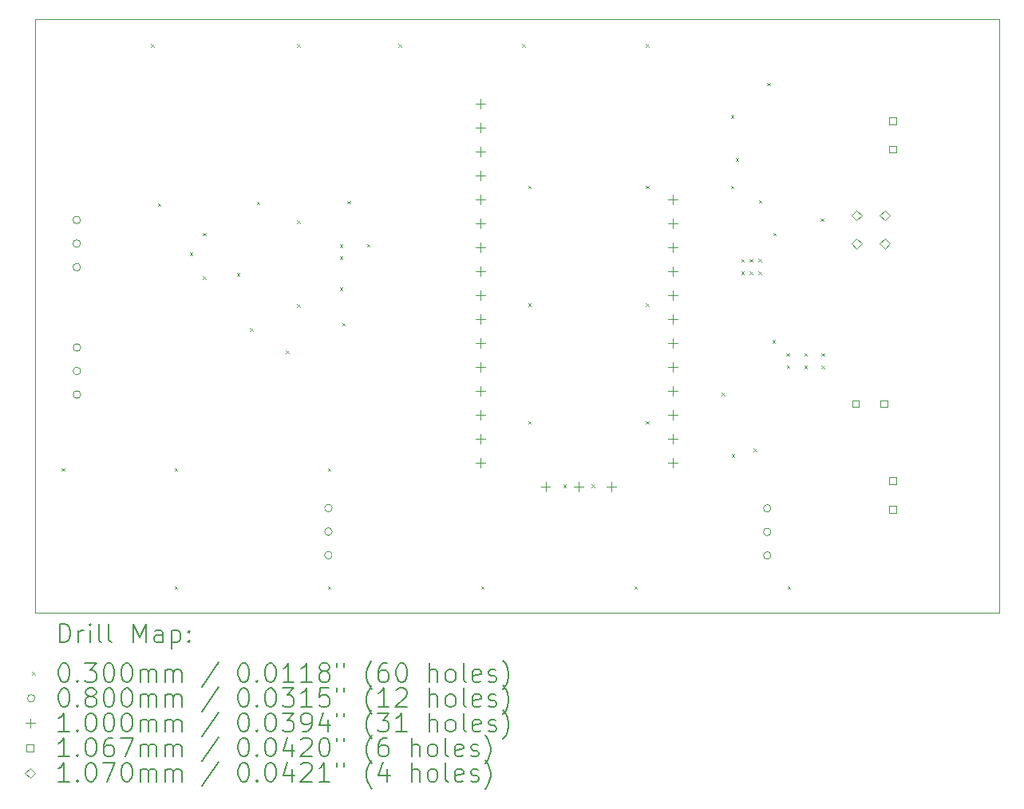
<source format=gbr>
%TF.GenerationSoftware,KiCad,Pcbnew,8.0.6*%
%TF.CreationDate,2025-01-29T18:58:57-08:00*%
%TF.ProjectId,SMV H and S Board,534d5620-4820-4616-9e64-205320426f61,rev?*%
%TF.SameCoordinates,Original*%
%TF.FileFunction,Drillmap*%
%TF.FilePolarity,Positive*%
%FSLAX45Y45*%
G04 Gerber Fmt 4.5, Leading zero omitted, Abs format (unit mm)*
G04 Created by KiCad (PCBNEW 8.0.6) date 2025-01-29 18:58:57*
%MOMM*%
%LPD*%
G01*
G04 APERTURE LIST*
%ADD10C,0.050000*%
%ADD11C,0.200000*%
%ADD12C,0.100000*%
%ADD13C,0.106680*%
%ADD14C,0.107000*%
G04 APERTURE END LIST*
D10*
X19482500Y-8520000D02*
X9255000Y-8520000D01*
X19482500Y-2220000D02*
X19482500Y-8520000D01*
X9255000Y-2220000D02*
X19482500Y-2220000D01*
X9255000Y-8520000D02*
X9255000Y-2220000D01*
D11*
D12*
X9535000Y-6985000D02*
X9565000Y-7015000D01*
X9565000Y-6985000D02*
X9535000Y-7015000D01*
X10485000Y-2485000D02*
X10515000Y-2515000D01*
X10515000Y-2485000D02*
X10485000Y-2515000D01*
X10555000Y-4170500D02*
X10585000Y-4200500D01*
X10585000Y-4170500D02*
X10555000Y-4200500D01*
X10735000Y-6985000D02*
X10765000Y-7015000D01*
X10765000Y-6985000D02*
X10735000Y-7015000D01*
X10735000Y-8235000D02*
X10765000Y-8265000D01*
X10765000Y-8235000D02*
X10735000Y-8265000D01*
X10895000Y-4695000D02*
X10925000Y-4725000D01*
X10925000Y-4695000D02*
X10895000Y-4725000D01*
X11035000Y-4485000D02*
X11065000Y-4515000D01*
X11065000Y-4485000D02*
X11035000Y-4515000D01*
X11035000Y-4945500D02*
X11065000Y-4975500D01*
X11065000Y-4945500D02*
X11035000Y-4975500D01*
X11395000Y-4915000D02*
X11425000Y-4945000D01*
X11425000Y-4915000D02*
X11395000Y-4945000D01*
X11535000Y-5495000D02*
X11565000Y-5525000D01*
X11565000Y-5495000D02*
X11535000Y-5525000D01*
X11605000Y-4155000D02*
X11635000Y-4185000D01*
X11635000Y-4155000D02*
X11605000Y-4185000D01*
X11915000Y-5735000D02*
X11945000Y-5765000D01*
X11945000Y-5735000D02*
X11915000Y-5765000D01*
X12035000Y-2485000D02*
X12065000Y-2515000D01*
X12065000Y-2485000D02*
X12035000Y-2515000D01*
X12035000Y-4355000D02*
X12065000Y-4385000D01*
X12065000Y-4355000D02*
X12035000Y-4385000D01*
X12035275Y-5242225D02*
X12065275Y-5272225D01*
X12065275Y-5242225D02*
X12035275Y-5272225D01*
X12360000Y-6985000D02*
X12390000Y-7015000D01*
X12390000Y-6985000D02*
X12360000Y-7015000D01*
X12360000Y-8235000D02*
X12390000Y-8265000D01*
X12390000Y-8235000D02*
X12360000Y-8265000D01*
X12485000Y-4607500D02*
X12515000Y-4637500D01*
X12515000Y-4607500D02*
X12485000Y-4637500D01*
X12485000Y-4735000D02*
X12515000Y-4765000D01*
X12515000Y-4735000D02*
X12485000Y-4765000D01*
X12485000Y-5065000D02*
X12515000Y-5095000D01*
X12515000Y-5065000D02*
X12485000Y-5095000D01*
X12512000Y-5442000D02*
X12542000Y-5472000D01*
X12542000Y-5442000D02*
X12512000Y-5472000D01*
X12565275Y-4145000D02*
X12595275Y-4175000D01*
X12595275Y-4145000D02*
X12565275Y-4175000D01*
X12775000Y-4605000D02*
X12805000Y-4635000D01*
X12805000Y-4605000D02*
X12775000Y-4635000D01*
X13110000Y-2485000D02*
X13140000Y-2515000D01*
X13140000Y-2485000D02*
X13110000Y-2515000D01*
X13985000Y-8235000D02*
X14015000Y-8265000D01*
X14015000Y-8235000D02*
X13985000Y-8265000D01*
X14422500Y-2485000D02*
X14452500Y-2515000D01*
X14452500Y-2485000D02*
X14422500Y-2515000D01*
X14485000Y-3985000D02*
X14515000Y-4015000D01*
X14515000Y-3985000D02*
X14485000Y-4015000D01*
X14485000Y-5235000D02*
X14515000Y-5265000D01*
X14515000Y-5235000D02*
X14485000Y-5265000D01*
X14485000Y-6485000D02*
X14515000Y-6515000D01*
X14515000Y-6485000D02*
X14485000Y-6515000D01*
X14855000Y-7155000D02*
X14885000Y-7185000D01*
X14885000Y-7155000D02*
X14855000Y-7185000D01*
X15155000Y-7155000D02*
X15185000Y-7185000D01*
X15185000Y-7155000D02*
X15155000Y-7185000D01*
X15610000Y-8235000D02*
X15640000Y-8265000D01*
X15640000Y-8235000D02*
X15610000Y-8265000D01*
X15735000Y-2485000D02*
X15765000Y-2515000D01*
X15765000Y-2485000D02*
X15735000Y-2515000D01*
X15735000Y-3985000D02*
X15765000Y-4015000D01*
X15765000Y-3985000D02*
X15735000Y-4015000D01*
X15735000Y-5235000D02*
X15765000Y-5265000D01*
X15765000Y-5235000D02*
X15735000Y-5265000D01*
X15735000Y-6485000D02*
X15765000Y-6515000D01*
X15765000Y-6485000D02*
X15735000Y-6515000D01*
X16535000Y-6185000D02*
X16565000Y-6215000D01*
X16565000Y-6185000D02*
X16535000Y-6215000D01*
X16635000Y-3235000D02*
X16665000Y-3265000D01*
X16665000Y-3235000D02*
X16635000Y-3265000D01*
X16635000Y-3985000D02*
X16665000Y-4015000D01*
X16665000Y-3985000D02*
X16635000Y-4015000D01*
X16645000Y-6835000D02*
X16675000Y-6865000D01*
X16675000Y-6835000D02*
X16645000Y-6865000D01*
X16685000Y-3695000D02*
X16715000Y-3725000D01*
X16715000Y-3695000D02*
X16685000Y-3725000D01*
X16745000Y-4765000D02*
X16775000Y-4795000D01*
X16775000Y-4765000D02*
X16745000Y-4795000D01*
X16745000Y-4895000D02*
X16775000Y-4925000D01*
X16775000Y-4895000D02*
X16745000Y-4925000D01*
X16835000Y-4765000D02*
X16865000Y-4795000D01*
X16865000Y-4765000D02*
X16835000Y-4795000D01*
X16835000Y-4895000D02*
X16865000Y-4925000D01*
X16865000Y-4895000D02*
X16835000Y-4925000D01*
X16875000Y-6775000D02*
X16905000Y-6805000D01*
X16905000Y-6775000D02*
X16875000Y-6805000D01*
X16925000Y-4895000D02*
X16955000Y-4925000D01*
X16955000Y-4895000D02*
X16925000Y-4925000D01*
X16926733Y-4762654D02*
X16956733Y-4792654D01*
X16956733Y-4762654D02*
X16926733Y-4792654D01*
X16930000Y-4140000D02*
X16960000Y-4170000D01*
X16960000Y-4140000D02*
X16930000Y-4170000D01*
X17020000Y-2892500D02*
X17050000Y-2922500D01*
X17050000Y-2892500D02*
X17020000Y-2922500D01*
X17075000Y-5625000D02*
X17105000Y-5655000D01*
X17105000Y-5625000D02*
X17075000Y-5655000D01*
X17085000Y-4485000D02*
X17115000Y-4515000D01*
X17115000Y-4485000D02*
X17085000Y-4515000D01*
X17225000Y-5765000D02*
X17255000Y-5795000D01*
X17255000Y-5765000D02*
X17225000Y-5795000D01*
X17227500Y-5892500D02*
X17257500Y-5922500D01*
X17257500Y-5892500D02*
X17227500Y-5922500D01*
X17235000Y-8235000D02*
X17265000Y-8265000D01*
X17265000Y-8235000D02*
X17235000Y-8265000D01*
X17415000Y-5765000D02*
X17445000Y-5795000D01*
X17445000Y-5765000D02*
X17415000Y-5795000D01*
X17415000Y-5895000D02*
X17445000Y-5925000D01*
X17445000Y-5895000D02*
X17415000Y-5925000D01*
X17585000Y-4335000D02*
X17615000Y-4365000D01*
X17615000Y-4335000D02*
X17585000Y-4365000D01*
X17595000Y-5765000D02*
X17625000Y-5795000D01*
X17625000Y-5765000D02*
X17595000Y-5795000D01*
X17595000Y-5895000D02*
X17625000Y-5925000D01*
X17625000Y-5895000D02*
X17595000Y-5925000D01*
X9735000Y-4350401D02*
G75*
G02*
X9655000Y-4350401I-40000J0D01*
G01*
X9655000Y-4350401D02*
G75*
G02*
X9735000Y-4350401I40000J0D01*
G01*
X9735000Y-4600401D02*
G75*
G02*
X9655000Y-4600401I-40000J0D01*
G01*
X9655000Y-4600401D02*
G75*
G02*
X9735000Y-4600401I40000J0D01*
G01*
X9735000Y-4850401D02*
G75*
G02*
X9655000Y-4850401I-40000J0D01*
G01*
X9655000Y-4850401D02*
G75*
G02*
X9735000Y-4850401I40000J0D01*
G01*
X9737275Y-5702500D02*
G75*
G02*
X9657275Y-5702500I-40000J0D01*
G01*
X9657275Y-5702500D02*
G75*
G02*
X9737275Y-5702500I40000J0D01*
G01*
X9737275Y-5952500D02*
G75*
G02*
X9657275Y-5952500I-40000J0D01*
G01*
X9657275Y-5952500D02*
G75*
G02*
X9737275Y-5952500I40000J0D01*
G01*
X9737275Y-6202500D02*
G75*
G02*
X9657275Y-6202500I-40000J0D01*
G01*
X9657275Y-6202500D02*
G75*
G02*
X9737275Y-6202500I40000J0D01*
G01*
X12405000Y-7407099D02*
G75*
G02*
X12325000Y-7407099I-40000J0D01*
G01*
X12325000Y-7407099D02*
G75*
G02*
X12405000Y-7407099I40000J0D01*
G01*
X12405000Y-7657099D02*
G75*
G02*
X12325000Y-7657099I-40000J0D01*
G01*
X12325000Y-7657099D02*
G75*
G02*
X12405000Y-7657099I40000J0D01*
G01*
X12405000Y-7907099D02*
G75*
G02*
X12325000Y-7907099I-40000J0D01*
G01*
X12325000Y-7907099D02*
G75*
G02*
X12405000Y-7907099I40000J0D01*
G01*
X17060000Y-7410000D02*
G75*
G02*
X16980000Y-7410000I-40000J0D01*
G01*
X16980000Y-7410000D02*
G75*
G02*
X17060000Y-7410000I40000J0D01*
G01*
X17060000Y-7660000D02*
G75*
G02*
X16980000Y-7660000I-40000J0D01*
G01*
X16980000Y-7660000D02*
G75*
G02*
X17060000Y-7660000I40000J0D01*
G01*
X17060000Y-7910000D02*
G75*
G02*
X16980000Y-7910000I-40000J0D01*
G01*
X16980000Y-7910000D02*
G75*
G02*
X17060000Y-7910000I40000J0D01*
G01*
X13977650Y-3068000D02*
X13977650Y-3168000D01*
X13927650Y-3118000D02*
X14027650Y-3118000D01*
X13977650Y-3322000D02*
X13977650Y-3422000D01*
X13927650Y-3372000D02*
X14027650Y-3372000D01*
X13977650Y-3576000D02*
X13977650Y-3676000D01*
X13927650Y-3626000D02*
X14027650Y-3626000D01*
X13977650Y-3830000D02*
X13977650Y-3930000D01*
X13927650Y-3880000D02*
X14027650Y-3880000D01*
X13977650Y-4084000D02*
X13977650Y-4184000D01*
X13927650Y-4134000D02*
X14027650Y-4134000D01*
X13977650Y-4338000D02*
X13977650Y-4438000D01*
X13927650Y-4388000D02*
X14027650Y-4388000D01*
X13977650Y-4592000D02*
X13977650Y-4692000D01*
X13927650Y-4642000D02*
X14027650Y-4642000D01*
X13977650Y-4846000D02*
X13977650Y-4946000D01*
X13927650Y-4896000D02*
X14027650Y-4896000D01*
X13977650Y-5100000D02*
X13977650Y-5200000D01*
X13927650Y-5150000D02*
X14027650Y-5150000D01*
X13977650Y-5354000D02*
X13977650Y-5454000D01*
X13927650Y-5404000D02*
X14027650Y-5404000D01*
X13977650Y-5608000D02*
X13977650Y-5708000D01*
X13927650Y-5658000D02*
X14027650Y-5658000D01*
X13977650Y-5862000D02*
X13977650Y-5962000D01*
X13927650Y-5912000D02*
X14027650Y-5912000D01*
X13977650Y-6116000D02*
X13977650Y-6216000D01*
X13927650Y-6166000D02*
X14027650Y-6166000D01*
X13977650Y-6370000D02*
X13977650Y-6470000D01*
X13927650Y-6420000D02*
X14027650Y-6420000D01*
X13977650Y-6624000D02*
X13977650Y-6724000D01*
X13927650Y-6674000D02*
X14027650Y-6674000D01*
X13977650Y-6878000D02*
X13977650Y-6978000D01*
X13927650Y-6928000D02*
X14027650Y-6928000D01*
X14669050Y-7132000D02*
X14669050Y-7232000D01*
X14619050Y-7182000D02*
X14719050Y-7182000D01*
X15019050Y-7132000D02*
X15019050Y-7232000D01*
X14969050Y-7182000D02*
X15069050Y-7182000D01*
X15369050Y-7132000D02*
X15369050Y-7232000D01*
X15319050Y-7182000D02*
X15419050Y-7182000D01*
X16016000Y-4084000D02*
X16016000Y-4184000D01*
X15966000Y-4134000D02*
X16066000Y-4134000D01*
X16016000Y-4338000D02*
X16016000Y-4438000D01*
X15966000Y-4388000D02*
X16066000Y-4388000D01*
X16016000Y-4592000D02*
X16016000Y-4692000D01*
X15966000Y-4642000D02*
X16066000Y-4642000D01*
X16016000Y-4846000D02*
X16016000Y-4946000D01*
X15966000Y-4896000D02*
X16066000Y-4896000D01*
X16016000Y-5100000D02*
X16016000Y-5200000D01*
X15966000Y-5150000D02*
X16066000Y-5150000D01*
X16016000Y-5354000D02*
X16016000Y-5454000D01*
X15966000Y-5404000D02*
X16066000Y-5404000D01*
X16016000Y-5608000D02*
X16016000Y-5708000D01*
X15966000Y-5658000D02*
X16066000Y-5658000D01*
X16016000Y-5862000D02*
X16016000Y-5962000D01*
X15966000Y-5912000D02*
X16066000Y-5912000D01*
X16016000Y-6116000D02*
X16016000Y-6216000D01*
X15966000Y-6166000D02*
X16066000Y-6166000D01*
X16016000Y-6370000D02*
X16016000Y-6470000D01*
X15966000Y-6420000D02*
X16066000Y-6420000D01*
X16016000Y-6624000D02*
X16016000Y-6724000D01*
X15966000Y-6674000D02*
X16066000Y-6674000D01*
X16016000Y-6878000D02*
X16016000Y-6978000D01*
X15966000Y-6928000D02*
X16066000Y-6928000D01*
D13*
X17995717Y-6337717D02*
X17995717Y-6262283D01*
X17920283Y-6262283D01*
X17920283Y-6337717D01*
X17995717Y-6337717D01*
X18295717Y-6337717D02*
X18295717Y-6262283D01*
X18220282Y-6262283D01*
X18220282Y-6337717D01*
X18295717Y-6337717D01*
X18387717Y-3336647D02*
X18387717Y-3261213D01*
X18312283Y-3261213D01*
X18312283Y-3336647D01*
X18387717Y-3336647D01*
X18387717Y-3636647D02*
X18387717Y-3561213D01*
X18312283Y-3561213D01*
X18312283Y-3636647D01*
X18387717Y-3636647D01*
X18387717Y-7155717D02*
X18387717Y-7080282D01*
X18312283Y-7080282D01*
X18312283Y-7155717D01*
X18387717Y-7155717D01*
X18387717Y-7455717D02*
X18387717Y-7380282D01*
X18312283Y-7380282D01*
X18312283Y-7455717D01*
X18387717Y-7455717D01*
D14*
X17968000Y-4353500D02*
X18021500Y-4300000D01*
X17968000Y-4246500D01*
X17914500Y-4300000D01*
X17968000Y-4353500D01*
X17968000Y-4653500D02*
X18021500Y-4600000D01*
X17968000Y-4546500D01*
X17914500Y-4600000D01*
X17968000Y-4653500D01*
X18268000Y-4353500D02*
X18321500Y-4300000D01*
X18268000Y-4246500D01*
X18214500Y-4300000D01*
X18268000Y-4353500D01*
X18268000Y-4653500D02*
X18321500Y-4600000D01*
X18268000Y-4546500D01*
X18214500Y-4600000D01*
X18268000Y-4653500D01*
D11*
X9513277Y-8833984D02*
X9513277Y-8633984D01*
X9513277Y-8633984D02*
X9560896Y-8633984D01*
X9560896Y-8633984D02*
X9589467Y-8643508D01*
X9589467Y-8643508D02*
X9608515Y-8662555D01*
X9608515Y-8662555D02*
X9618039Y-8681603D01*
X9618039Y-8681603D02*
X9627563Y-8719698D01*
X9627563Y-8719698D02*
X9627563Y-8748270D01*
X9627563Y-8748270D02*
X9618039Y-8786365D01*
X9618039Y-8786365D02*
X9608515Y-8805412D01*
X9608515Y-8805412D02*
X9589467Y-8824460D01*
X9589467Y-8824460D02*
X9560896Y-8833984D01*
X9560896Y-8833984D02*
X9513277Y-8833984D01*
X9713277Y-8833984D02*
X9713277Y-8700650D01*
X9713277Y-8738746D02*
X9722801Y-8719698D01*
X9722801Y-8719698D02*
X9732324Y-8710174D01*
X9732324Y-8710174D02*
X9751372Y-8700650D01*
X9751372Y-8700650D02*
X9770420Y-8700650D01*
X9837086Y-8833984D02*
X9837086Y-8700650D01*
X9837086Y-8633984D02*
X9827563Y-8643508D01*
X9827563Y-8643508D02*
X9837086Y-8653031D01*
X9837086Y-8653031D02*
X9846610Y-8643508D01*
X9846610Y-8643508D02*
X9837086Y-8633984D01*
X9837086Y-8633984D02*
X9837086Y-8653031D01*
X9960896Y-8833984D02*
X9941848Y-8824460D01*
X9941848Y-8824460D02*
X9932324Y-8805412D01*
X9932324Y-8805412D02*
X9932324Y-8633984D01*
X10065658Y-8833984D02*
X10046610Y-8824460D01*
X10046610Y-8824460D02*
X10037086Y-8805412D01*
X10037086Y-8805412D02*
X10037086Y-8633984D01*
X10294229Y-8833984D02*
X10294229Y-8633984D01*
X10294229Y-8633984D02*
X10360896Y-8776841D01*
X10360896Y-8776841D02*
X10427563Y-8633984D01*
X10427563Y-8633984D02*
X10427563Y-8833984D01*
X10608515Y-8833984D02*
X10608515Y-8729222D01*
X10608515Y-8729222D02*
X10598991Y-8710174D01*
X10598991Y-8710174D02*
X10579944Y-8700650D01*
X10579944Y-8700650D02*
X10541848Y-8700650D01*
X10541848Y-8700650D02*
X10522801Y-8710174D01*
X10608515Y-8824460D02*
X10589467Y-8833984D01*
X10589467Y-8833984D02*
X10541848Y-8833984D01*
X10541848Y-8833984D02*
X10522801Y-8824460D01*
X10522801Y-8824460D02*
X10513277Y-8805412D01*
X10513277Y-8805412D02*
X10513277Y-8786365D01*
X10513277Y-8786365D02*
X10522801Y-8767317D01*
X10522801Y-8767317D02*
X10541848Y-8757793D01*
X10541848Y-8757793D02*
X10589467Y-8757793D01*
X10589467Y-8757793D02*
X10608515Y-8748270D01*
X10703753Y-8700650D02*
X10703753Y-8900650D01*
X10703753Y-8710174D02*
X10722801Y-8700650D01*
X10722801Y-8700650D02*
X10760896Y-8700650D01*
X10760896Y-8700650D02*
X10779944Y-8710174D01*
X10779944Y-8710174D02*
X10789467Y-8719698D01*
X10789467Y-8719698D02*
X10798991Y-8738746D01*
X10798991Y-8738746D02*
X10798991Y-8795889D01*
X10798991Y-8795889D02*
X10789467Y-8814936D01*
X10789467Y-8814936D02*
X10779944Y-8824460D01*
X10779944Y-8824460D02*
X10760896Y-8833984D01*
X10760896Y-8833984D02*
X10722801Y-8833984D01*
X10722801Y-8833984D02*
X10703753Y-8824460D01*
X10884705Y-8814936D02*
X10894229Y-8824460D01*
X10894229Y-8824460D02*
X10884705Y-8833984D01*
X10884705Y-8833984D02*
X10875182Y-8824460D01*
X10875182Y-8824460D02*
X10884705Y-8814936D01*
X10884705Y-8814936D02*
X10884705Y-8833984D01*
X10884705Y-8710174D02*
X10894229Y-8719698D01*
X10894229Y-8719698D02*
X10884705Y-8729222D01*
X10884705Y-8729222D02*
X10875182Y-8719698D01*
X10875182Y-8719698D02*
X10884705Y-8710174D01*
X10884705Y-8710174D02*
X10884705Y-8729222D01*
D12*
X9222500Y-9147500D02*
X9252500Y-9177500D01*
X9252500Y-9147500D02*
X9222500Y-9177500D01*
D11*
X9551372Y-9053984D02*
X9570420Y-9053984D01*
X9570420Y-9053984D02*
X9589467Y-9063508D01*
X9589467Y-9063508D02*
X9598991Y-9073031D01*
X9598991Y-9073031D02*
X9608515Y-9092079D01*
X9608515Y-9092079D02*
X9618039Y-9130174D01*
X9618039Y-9130174D02*
X9618039Y-9177793D01*
X9618039Y-9177793D02*
X9608515Y-9215889D01*
X9608515Y-9215889D02*
X9598991Y-9234936D01*
X9598991Y-9234936D02*
X9589467Y-9244460D01*
X9589467Y-9244460D02*
X9570420Y-9253984D01*
X9570420Y-9253984D02*
X9551372Y-9253984D01*
X9551372Y-9253984D02*
X9532324Y-9244460D01*
X9532324Y-9244460D02*
X9522801Y-9234936D01*
X9522801Y-9234936D02*
X9513277Y-9215889D01*
X9513277Y-9215889D02*
X9503753Y-9177793D01*
X9503753Y-9177793D02*
X9503753Y-9130174D01*
X9503753Y-9130174D02*
X9513277Y-9092079D01*
X9513277Y-9092079D02*
X9522801Y-9073031D01*
X9522801Y-9073031D02*
X9532324Y-9063508D01*
X9532324Y-9063508D02*
X9551372Y-9053984D01*
X9703753Y-9234936D02*
X9713277Y-9244460D01*
X9713277Y-9244460D02*
X9703753Y-9253984D01*
X9703753Y-9253984D02*
X9694229Y-9244460D01*
X9694229Y-9244460D02*
X9703753Y-9234936D01*
X9703753Y-9234936D02*
X9703753Y-9253984D01*
X9779944Y-9053984D02*
X9903753Y-9053984D01*
X9903753Y-9053984D02*
X9837086Y-9130174D01*
X9837086Y-9130174D02*
X9865658Y-9130174D01*
X9865658Y-9130174D02*
X9884705Y-9139698D01*
X9884705Y-9139698D02*
X9894229Y-9149222D01*
X9894229Y-9149222D02*
X9903753Y-9168270D01*
X9903753Y-9168270D02*
X9903753Y-9215889D01*
X9903753Y-9215889D02*
X9894229Y-9234936D01*
X9894229Y-9234936D02*
X9884705Y-9244460D01*
X9884705Y-9244460D02*
X9865658Y-9253984D01*
X9865658Y-9253984D02*
X9808515Y-9253984D01*
X9808515Y-9253984D02*
X9789467Y-9244460D01*
X9789467Y-9244460D02*
X9779944Y-9234936D01*
X10027563Y-9053984D02*
X10046610Y-9053984D01*
X10046610Y-9053984D02*
X10065658Y-9063508D01*
X10065658Y-9063508D02*
X10075182Y-9073031D01*
X10075182Y-9073031D02*
X10084705Y-9092079D01*
X10084705Y-9092079D02*
X10094229Y-9130174D01*
X10094229Y-9130174D02*
X10094229Y-9177793D01*
X10094229Y-9177793D02*
X10084705Y-9215889D01*
X10084705Y-9215889D02*
X10075182Y-9234936D01*
X10075182Y-9234936D02*
X10065658Y-9244460D01*
X10065658Y-9244460D02*
X10046610Y-9253984D01*
X10046610Y-9253984D02*
X10027563Y-9253984D01*
X10027563Y-9253984D02*
X10008515Y-9244460D01*
X10008515Y-9244460D02*
X9998991Y-9234936D01*
X9998991Y-9234936D02*
X9989467Y-9215889D01*
X9989467Y-9215889D02*
X9979944Y-9177793D01*
X9979944Y-9177793D02*
X9979944Y-9130174D01*
X9979944Y-9130174D02*
X9989467Y-9092079D01*
X9989467Y-9092079D02*
X9998991Y-9073031D01*
X9998991Y-9073031D02*
X10008515Y-9063508D01*
X10008515Y-9063508D02*
X10027563Y-9053984D01*
X10218039Y-9053984D02*
X10237086Y-9053984D01*
X10237086Y-9053984D02*
X10256134Y-9063508D01*
X10256134Y-9063508D02*
X10265658Y-9073031D01*
X10265658Y-9073031D02*
X10275182Y-9092079D01*
X10275182Y-9092079D02*
X10284705Y-9130174D01*
X10284705Y-9130174D02*
X10284705Y-9177793D01*
X10284705Y-9177793D02*
X10275182Y-9215889D01*
X10275182Y-9215889D02*
X10265658Y-9234936D01*
X10265658Y-9234936D02*
X10256134Y-9244460D01*
X10256134Y-9244460D02*
X10237086Y-9253984D01*
X10237086Y-9253984D02*
X10218039Y-9253984D01*
X10218039Y-9253984D02*
X10198991Y-9244460D01*
X10198991Y-9244460D02*
X10189467Y-9234936D01*
X10189467Y-9234936D02*
X10179944Y-9215889D01*
X10179944Y-9215889D02*
X10170420Y-9177793D01*
X10170420Y-9177793D02*
X10170420Y-9130174D01*
X10170420Y-9130174D02*
X10179944Y-9092079D01*
X10179944Y-9092079D02*
X10189467Y-9073031D01*
X10189467Y-9073031D02*
X10198991Y-9063508D01*
X10198991Y-9063508D02*
X10218039Y-9053984D01*
X10370420Y-9253984D02*
X10370420Y-9120650D01*
X10370420Y-9139698D02*
X10379944Y-9130174D01*
X10379944Y-9130174D02*
X10398991Y-9120650D01*
X10398991Y-9120650D02*
X10427563Y-9120650D01*
X10427563Y-9120650D02*
X10446610Y-9130174D01*
X10446610Y-9130174D02*
X10456134Y-9149222D01*
X10456134Y-9149222D02*
X10456134Y-9253984D01*
X10456134Y-9149222D02*
X10465658Y-9130174D01*
X10465658Y-9130174D02*
X10484705Y-9120650D01*
X10484705Y-9120650D02*
X10513277Y-9120650D01*
X10513277Y-9120650D02*
X10532325Y-9130174D01*
X10532325Y-9130174D02*
X10541848Y-9149222D01*
X10541848Y-9149222D02*
X10541848Y-9253984D01*
X10637086Y-9253984D02*
X10637086Y-9120650D01*
X10637086Y-9139698D02*
X10646610Y-9130174D01*
X10646610Y-9130174D02*
X10665658Y-9120650D01*
X10665658Y-9120650D02*
X10694229Y-9120650D01*
X10694229Y-9120650D02*
X10713277Y-9130174D01*
X10713277Y-9130174D02*
X10722801Y-9149222D01*
X10722801Y-9149222D02*
X10722801Y-9253984D01*
X10722801Y-9149222D02*
X10732325Y-9130174D01*
X10732325Y-9130174D02*
X10751372Y-9120650D01*
X10751372Y-9120650D02*
X10779944Y-9120650D01*
X10779944Y-9120650D02*
X10798991Y-9130174D01*
X10798991Y-9130174D02*
X10808515Y-9149222D01*
X10808515Y-9149222D02*
X10808515Y-9253984D01*
X11198991Y-9044460D02*
X11027563Y-9301603D01*
X11456134Y-9053984D02*
X11475182Y-9053984D01*
X11475182Y-9053984D02*
X11494229Y-9063508D01*
X11494229Y-9063508D02*
X11503753Y-9073031D01*
X11503753Y-9073031D02*
X11513277Y-9092079D01*
X11513277Y-9092079D02*
X11522801Y-9130174D01*
X11522801Y-9130174D02*
X11522801Y-9177793D01*
X11522801Y-9177793D02*
X11513277Y-9215889D01*
X11513277Y-9215889D02*
X11503753Y-9234936D01*
X11503753Y-9234936D02*
X11494229Y-9244460D01*
X11494229Y-9244460D02*
X11475182Y-9253984D01*
X11475182Y-9253984D02*
X11456134Y-9253984D01*
X11456134Y-9253984D02*
X11437086Y-9244460D01*
X11437086Y-9244460D02*
X11427563Y-9234936D01*
X11427563Y-9234936D02*
X11418039Y-9215889D01*
X11418039Y-9215889D02*
X11408515Y-9177793D01*
X11408515Y-9177793D02*
X11408515Y-9130174D01*
X11408515Y-9130174D02*
X11418039Y-9092079D01*
X11418039Y-9092079D02*
X11427563Y-9073031D01*
X11427563Y-9073031D02*
X11437086Y-9063508D01*
X11437086Y-9063508D02*
X11456134Y-9053984D01*
X11608515Y-9234936D02*
X11618039Y-9244460D01*
X11618039Y-9244460D02*
X11608515Y-9253984D01*
X11608515Y-9253984D02*
X11598991Y-9244460D01*
X11598991Y-9244460D02*
X11608515Y-9234936D01*
X11608515Y-9234936D02*
X11608515Y-9253984D01*
X11741848Y-9053984D02*
X11760896Y-9053984D01*
X11760896Y-9053984D02*
X11779944Y-9063508D01*
X11779944Y-9063508D02*
X11789467Y-9073031D01*
X11789467Y-9073031D02*
X11798991Y-9092079D01*
X11798991Y-9092079D02*
X11808515Y-9130174D01*
X11808515Y-9130174D02*
X11808515Y-9177793D01*
X11808515Y-9177793D02*
X11798991Y-9215889D01*
X11798991Y-9215889D02*
X11789467Y-9234936D01*
X11789467Y-9234936D02*
X11779944Y-9244460D01*
X11779944Y-9244460D02*
X11760896Y-9253984D01*
X11760896Y-9253984D02*
X11741848Y-9253984D01*
X11741848Y-9253984D02*
X11722801Y-9244460D01*
X11722801Y-9244460D02*
X11713277Y-9234936D01*
X11713277Y-9234936D02*
X11703753Y-9215889D01*
X11703753Y-9215889D02*
X11694229Y-9177793D01*
X11694229Y-9177793D02*
X11694229Y-9130174D01*
X11694229Y-9130174D02*
X11703753Y-9092079D01*
X11703753Y-9092079D02*
X11713277Y-9073031D01*
X11713277Y-9073031D02*
X11722801Y-9063508D01*
X11722801Y-9063508D02*
X11741848Y-9053984D01*
X11998991Y-9253984D02*
X11884706Y-9253984D01*
X11941848Y-9253984D02*
X11941848Y-9053984D01*
X11941848Y-9053984D02*
X11922801Y-9082555D01*
X11922801Y-9082555D02*
X11903753Y-9101603D01*
X11903753Y-9101603D02*
X11884706Y-9111127D01*
X12189467Y-9253984D02*
X12075182Y-9253984D01*
X12132325Y-9253984D02*
X12132325Y-9053984D01*
X12132325Y-9053984D02*
X12113277Y-9082555D01*
X12113277Y-9082555D02*
X12094229Y-9101603D01*
X12094229Y-9101603D02*
X12075182Y-9111127D01*
X12303753Y-9139698D02*
X12284706Y-9130174D01*
X12284706Y-9130174D02*
X12275182Y-9120650D01*
X12275182Y-9120650D02*
X12265658Y-9101603D01*
X12265658Y-9101603D02*
X12265658Y-9092079D01*
X12265658Y-9092079D02*
X12275182Y-9073031D01*
X12275182Y-9073031D02*
X12284706Y-9063508D01*
X12284706Y-9063508D02*
X12303753Y-9053984D01*
X12303753Y-9053984D02*
X12341848Y-9053984D01*
X12341848Y-9053984D02*
X12360896Y-9063508D01*
X12360896Y-9063508D02*
X12370420Y-9073031D01*
X12370420Y-9073031D02*
X12379944Y-9092079D01*
X12379944Y-9092079D02*
X12379944Y-9101603D01*
X12379944Y-9101603D02*
X12370420Y-9120650D01*
X12370420Y-9120650D02*
X12360896Y-9130174D01*
X12360896Y-9130174D02*
X12341848Y-9139698D01*
X12341848Y-9139698D02*
X12303753Y-9139698D01*
X12303753Y-9139698D02*
X12284706Y-9149222D01*
X12284706Y-9149222D02*
X12275182Y-9158746D01*
X12275182Y-9158746D02*
X12265658Y-9177793D01*
X12265658Y-9177793D02*
X12265658Y-9215889D01*
X12265658Y-9215889D02*
X12275182Y-9234936D01*
X12275182Y-9234936D02*
X12284706Y-9244460D01*
X12284706Y-9244460D02*
X12303753Y-9253984D01*
X12303753Y-9253984D02*
X12341848Y-9253984D01*
X12341848Y-9253984D02*
X12360896Y-9244460D01*
X12360896Y-9244460D02*
X12370420Y-9234936D01*
X12370420Y-9234936D02*
X12379944Y-9215889D01*
X12379944Y-9215889D02*
X12379944Y-9177793D01*
X12379944Y-9177793D02*
X12370420Y-9158746D01*
X12370420Y-9158746D02*
X12360896Y-9149222D01*
X12360896Y-9149222D02*
X12341848Y-9139698D01*
X12456134Y-9053984D02*
X12456134Y-9092079D01*
X12532325Y-9053984D02*
X12532325Y-9092079D01*
X12827563Y-9330174D02*
X12818039Y-9320650D01*
X12818039Y-9320650D02*
X12798991Y-9292079D01*
X12798991Y-9292079D02*
X12789468Y-9273031D01*
X12789468Y-9273031D02*
X12779944Y-9244460D01*
X12779944Y-9244460D02*
X12770420Y-9196841D01*
X12770420Y-9196841D02*
X12770420Y-9158746D01*
X12770420Y-9158746D02*
X12779944Y-9111127D01*
X12779944Y-9111127D02*
X12789468Y-9082555D01*
X12789468Y-9082555D02*
X12798991Y-9063508D01*
X12798991Y-9063508D02*
X12818039Y-9034936D01*
X12818039Y-9034936D02*
X12827563Y-9025412D01*
X12989468Y-9053984D02*
X12951372Y-9053984D01*
X12951372Y-9053984D02*
X12932325Y-9063508D01*
X12932325Y-9063508D02*
X12922801Y-9073031D01*
X12922801Y-9073031D02*
X12903753Y-9101603D01*
X12903753Y-9101603D02*
X12894229Y-9139698D01*
X12894229Y-9139698D02*
X12894229Y-9215889D01*
X12894229Y-9215889D02*
X12903753Y-9234936D01*
X12903753Y-9234936D02*
X12913277Y-9244460D01*
X12913277Y-9244460D02*
X12932325Y-9253984D01*
X12932325Y-9253984D02*
X12970420Y-9253984D01*
X12970420Y-9253984D02*
X12989468Y-9244460D01*
X12989468Y-9244460D02*
X12998991Y-9234936D01*
X12998991Y-9234936D02*
X13008515Y-9215889D01*
X13008515Y-9215889D02*
X13008515Y-9168270D01*
X13008515Y-9168270D02*
X12998991Y-9149222D01*
X12998991Y-9149222D02*
X12989468Y-9139698D01*
X12989468Y-9139698D02*
X12970420Y-9130174D01*
X12970420Y-9130174D02*
X12932325Y-9130174D01*
X12932325Y-9130174D02*
X12913277Y-9139698D01*
X12913277Y-9139698D02*
X12903753Y-9149222D01*
X12903753Y-9149222D02*
X12894229Y-9168270D01*
X13132325Y-9053984D02*
X13151372Y-9053984D01*
X13151372Y-9053984D02*
X13170420Y-9063508D01*
X13170420Y-9063508D02*
X13179944Y-9073031D01*
X13179944Y-9073031D02*
X13189468Y-9092079D01*
X13189468Y-9092079D02*
X13198991Y-9130174D01*
X13198991Y-9130174D02*
X13198991Y-9177793D01*
X13198991Y-9177793D02*
X13189468Y-9215889D01*
X13189468Y-9215889D02*
X13179944Y-9234936D01*
X13179944Y-9234936D02*
X13170420Y-9244460D01*
X13170420Y-9244460D02*
X13151372Y-9253984D01*
X13151372Y-9253984D02*
X13132325Y-9253984D01*
X13132325Y-9253984D02*
X13113277Y-9244460D01*
X13113277Y-9244460D02*
X13103753Y-9234936D01*
X13103753Y-9234936D02*
X13094229Y-9215889D01*
X13094229Y-9215889D02*
X13084706Y-9177793D01*
X13084706Y-9177793D02*
X13084706Y-9130174D01*
X13084706Y-9130174D02*
X13094229Y-9092079D01*
X13094229Y-9092079D02*
X13103753Y-9073031D01*
X13103753Y-9073031D02*
X13113277Y-9063508D01*
X13113277Y-9063508D02*
X13132325Y-9053984D01*
X13437087Y-9253984D02*
X13437087Y-9053984D01*
X13522801Y-9253984D02*
X13522801Y-9149222D01*
X13522801Y-9149222D02*
X13513277Y-9130174D01*
X13513277Y-9130174D02*
X13494230Y-9120650D01*
X13494230Y-9120650D02*
X13465658Y-9120650D01*
X13465658Y-9120650D02*
X13446610Y-9130174D01*
X13446610Y-9130174D02*
X13437087Y-9139698D01*
X13646610Y-9253984D02*
X13627563Y-9244460D01*
X13627563Y-9244460D02*
X13618039Y-9234936D01*
X13618039Y-9234936D02*
X13608515Y-9215889D01*
X13608515Y-9215889D02*
X13608515Y-9158746D01*
X13608515Y-9158746D02*
X13618039Y-9139698D01*
X13618039Y-9139698D02*
X13627563Y-9130174D01*
X13627563Y-9130174D02*
X13646610Y-9120650D01*
X13646610Y-9120650D02*
X13675182Y-9120650D01*
X13675182Y-9120650D02*
X13694230Y-9130174D01*
X13694230Y-9130174D02*
X13703753Y-9139698D01*
X13703753Y-9139698D02*
X13713277Y-9158746D01*
X13713277Y-9158746D02*
X13713277Y-9215889D01*
X13713277Y-9215889D02*
X13703753Y-9234936D01*
X13703753Y-9234936D02*
X13694230Y-9244460D01*
X13694230Y-9244460D02*
X13675182Y-9253984D01*
X13675182Y-9253984D02*
X13646610Y-9253984D01*
X13827563Y-9253984D02*
X13808515Y-9244460D01*
X13808515Y-9244460D02*
X13798991Y-9225412D01*
X13798991Y-9225412D02*
X13798991Y-9053984D01*
X13979944Y-9244460D02*
X13960896Y-9253984D01*
X13960896Y-9253984D02*
X13922801Y-9253984D01*
X13922801Y-9253984D02*
X13903753Y-9244460D01*
X13903753Y-9244460D02*
X13894230Y-9225412D01*
X13894230Y-9225412D02*
X13894230Y-9149222D01*
X13894230Y-9149222D02*
X13903753Y-9130174D01*
X13903753Y-9130174D02*
X13922801Y-9120650D01*
X13922801Y-9120650D02*
X13960896Y-9120650D01*
X13960896Y-9120650D02*
X13979944Y-9130174D01*
X13979944Y-9130174D02*
X13989468Y-9149222D01*
X13989468Y-9149222D02*
X13989468Y-9168270D01*
X13989468Y-9168270D02*
X13894230Y-9187317D01*
X14065658Y-9244460D02*
X14084706Y-9253984D01*
X14084706Y-9253984D02*
X14122801Y-9253984D01*
X14122801Y-9253984D02*
X14141849Y-9244460D01*
X14141849Y-9244460D02*
X14151372Y-9225412D01*
X14151372Y-9225412D02*
X14151372Y-9215889D01*
X14151372Y-9215889D02*
X14141849Y-9196841D01*
X14141849Y-9196841D02*
X14122801Y-9187317D01*
X14122801Y-9187317D02*
X14094230Y-9187317D01*
X14094230Y-9187317D02*
X14075182Y-9177793D01*
X14075182Y-9177793D02*
X14065658Y-9158746D01*
X14065658Y-9158746D02*
X14065658Y-9149222D01*
X14065658Y-9149222D02*
X14075182Y-9130174D01*
X14075182Y-9130174D02*
X14094230Y-9120650D01*
X14094230Y-9120650D02*
X14122801Y-9120650D01*
X14122801Y-9120650D02*
X14141849Y-9130174D01*
X14218039Y-9330174D02*
X14227563Y-9320650D01*
X14227563Y-9320650D02*
X14246611Y-9292079D01*
X14246611Y-9292079D02*
X14256134Y-9273031D01*
X14256134Y-9273031D02*
X14265658Y-9244460D01*
X14265658Y-9244460D02*
X14275182Y-9196841D01*
X14275182Y-9196841D02*
X14275182Y-9158746D01*
X14275182Y-9158746D02*
X14265658Y-9111127D01*
X14265658Y-9111127D02*
X14256134Y-9082555D01*
X14256134Y-9082555D02*
X14246611Y-9063508D01*
X14246611Y-9063508D02*
X14227563Y-9034936D01*
X14227563Y-9034936D02*
X14218039Y-9025412D01*
D12*
X9252500Y-9426500D02*
G75*
G02*
X9172500Y-9426500I-40000J0D01*
G01*
X9172500Y-9426500D02*
G75*
G02*
X9252500Y-9426500I40000J0D01*
G01*
D11*
X9551372Y-9317984D02*
X9570420Y-9317984D01*
X9570420Y-9317984D02*
X9589467Y-9327508D01*
X9589467Y-9327508D02*
X9598991Y-9337031D01*
X9598991Y-9337031D02*
X9608515Y-9356079D01*
X9608515Y-9356079D02*
X9618039Y-9394174D01*
X9618039Y-9394174D02*
X9618039Y-9441793D01*
X9618039Y-9441793D02*
X9608515Y-9479889D01*
X9608515Y-9479889D02*
X9598991Y-9498936D01*
X9598991Y-9498936D02*
X9589467Y-9508460D01*
X9589467Y-9508460D02*
X9570420Y-9517984D01*
X9570420Y-9517984D02*
X9551372Y-9517984D01*
X9551372Y-9517984D02*
X9532324Y-9508460D01*
X9532324Y-9508460D02*
X9522801Y-9498936D01*
X9522801Y-9498936D02*
X9513277Y-9479889D01*
X9513277Y-9479889D02*
X9503753Y-9441793D01*
X9503753Y-9441793D02*
X9503753Y-9394174D01*
X9503753Y-9394174D02*
X9513277Y-9356079D01*
X9513277Y-9356079D02*
X9522801Y-9337031D01*
X9522801Y-9337031D02*
X9532324Y-9327508D01*
X9532324Y-9327508D02*
X9551372Y-9317984D01*
X9703753Y-9498936D02*
X9713277Y-9508460D01*
X9713277Y-9508460D02*
X9703753Y-9517984D01*
X9703753Y-9517984D02*
X9694229Y-9508460D01*
X9694229Y-9508460D02*
X9703753Y-9498936D01*
X9703753Y-9498936D02*
X9703753Y-9517984D01*
X9827563Y-9403698D02*
X9808515Y-9394174D01*
X9808515Y-9394174D02*
X9798991Y-9384650D01*
X9798991Y-9384650D02*
X9789467Y-9365603D01*
X9789467Y-9365603D02*
X9789467Y-9356079D01*
X9789467Y-9356079D02*
X9798991Y-9337031D01*
X9798991Y-9337031D02*
X9808515Y-9327508D01*
X9808515Y-9327508D02*
X9827563Y-9317984D01*
X9827563Y-9317984D02*
X9865658Y-9317984D01*
X9865658Y-9317984D02*
X9884705Y-9327508D01*
X9884705Y-9327508D02*
X9894229Y-9337031D01*
X9894229Y-9337031D02*
X9903753Y-9356079D01*
X9903753Y-9356079D02*
X9903753Y-9365603D01*
X9903753Y-9365603D02*
X9894229Y-9384650D01*
X9894229Y-9384650D02*
X9884705Y-9394174D01*
X9884705Y-9394174D02*
X9865658Y-9403698D01*
X9865658Y-9403698D02*
X9827563Y-9403698D01*
X9827563Y-9403698D02*
X9808515Y-9413222D01*
X9808515Y-9413222D02*
X9798991Y-9422746D01*
X9798991Y-9422746D02*
X9789467Y-9441793D01*
X9789467Y-9441793D02*
X9789467Y-9479889D01*
X9789467Y-9479889D02*
X9798991Y-9498936D01*
X9798991Y-9498936D02*
X9808515Y-9508460D01*
X9808515Y-9508460D02*
X9827563Y-9517984D01*
X9827563Y-9517984D02*
X9865658Y-9517984D01*
X9865658Y-9517984D02*
X9884705Y-9508460D01*
X9884705Y-9508460D02*
X9894229Y-9498936D01*
X9894229Y-9498936D02*
X9903753Y-9479889D01*
X9903753Y-9479889D02*
X9903753Y-9441793D01*
X9903753Y-9441793D02*
X9894229Y-9422746D01*
X9894229Y-9422746D02*
X9884705Y-9413222D01*
X9884705Y-9413222D02*
X9865658Y-9403698D01*
X10027563Y-9317984D02*
X10046610Y-9317984D01*
X10046610Y-9317984D02*
X10065658Y-9327508D01*
X10065658Y-9327508D02*
X10075182Y-9337031D01*
X10075182Y-9337031D02*
X10084705Y-9356079D01*
X10084705Y-9356079D02*
X10094229Y-9394174D01*
X10094229Y-9394174D02*
X10094229Y-9441793D01*
X10094229Y-9441793D02*
X10084705Y-9479889D01*
X10084705Y-9479889D02*
X10075182Y-9498936D01*
X10075182Y-9498936D02*
X10065658Y-9508460D01*
X10065658Y-9508460D02*
X10046610Y-9517984D01*
X10046610Y-9517984D02*
X10027563Y-9517984D01*
X10027563Y-9517984D02*
X10008515Y-9508460D01*
X10008515Y-9508460D02*
X9998991Y-9498936D01*
X9998991Y-9498936D02*
X9989467Y-9479889D01*
X9989467Y-9479889D02*
X9979944Y-9441793D01*
X9979944Y-9441793D02*
X9979944Y-9394174D01*
X9979944Y-9394174D02*
X9989467Y-9356079D01*
X9989467Y-9356079D02*
X9998991Y-9337031D01*
X9998991Y-9337031D02*
X10008515Y-9327508D01*
X10008515Y-9327508D02*
X10027563Y-9317984D01*
X10218039Y-9317984D02*
X10237086Y-9317984D01*
X10237086Y-9317984D02*
X10256134Y-9327508D01*
X10256134Y-9327508D02*
X10265658Y-9337031D01*
X10265658Y-9337031D02*
X10275182Y-9356079D01*
X10275182Y-9356079D02*
X10284705Y-9394174D01*
X10284705Y-9394174D02*
X10284705Y-9441793D01*
X10284705Y-9441793D02*
X10275182Y-9479889D01*
X10275182Y-9479889D02*
X10265658Y-9498936D01*
X10265658Y-9498936D02*
X10256134Y-9508460D01*
X10256134Y-9508460D02*
X10237086Y-9517984D01*
X10237086Y-9517984D02*
X10218039Y-9517984D01*
X10218039Y-9517984D02*
X10198991Y-9508460D01*
X10198991Y-9508460D02*
X10189467Y-9498936D01*
X10189467Y-9498936D02*
X10179944Y-9479889D01*
X10179944Y-9479889D02*
X10170420Y-9441793D01*
X10170420Y-9441793D02*
X10170420Y-9394174D01*
X10170420Y-9394174D02*
X10179944Y-9356079D01*
X10179944Y-9356079D02*
X10189467Y-9337031D01*
X10189467Y-9337031D02*
X10198991Y-9327508D01*
X10198991Y-9327508D02*
X10218039Y-9317984D01*
X10370420Y-9517984D02*
X10370420Y-9384650D01*
X10370420Y-9403698D02*
X10379944Y-9394174D01*
X10379944Y-9394174D02*
X10398991Y-9384650D01*
X10398991Y-9384650D02*
X10427563Y-9384650D01*
X10427563Y-9384650D02*
X10446610Y-9394174D01*
X10446610Y-9394174D02*
X10456134Y-9413222D01*
X10456134Y-9413222D02*
X10456134Y-9517984D01*
X10456134Y-9413222D02*
X10465658Y-9394174D01*
X10465658Y-9394174D02*
X10484705Y-9384650D01*
X10484705Y-9384650D02*
X10513277Y-9384650D01*
X10513277Y-9384650D02*
X10532325Y-9394174D01*
X10532325Y-9394174D02*
X10541848Y-9413222D01*
X10541848Y-9413222D02*
X10541848Y-9517984D01*
X10637086Y-9517984D02*
X10637086Y-9384650D01*
X10637086Y-9403698D02*
X10646610Y-9394174D01*
X10646610Y-9394174D02*
X10665658Y-9384650D01*
X10665658Y-9384650D02*
X10694229Y-9384650D01*
X10694229Y-9384650D02*
X10713277Y-9394174D01*
X10713277Y-9394174D02*
X10722801Y-9413222D01*
X10722801Y-9413222D02*
X10722801Y-9517984D01*
X10722801Y-9413222D02*
X10732325Y-9394174D01*
X10732325Y-9394174D02*
X10751372Y-9384650D01*
X10751372Y-9384650D02*
X10779944Y-9384650D01*
X10779944Y-9384650D02*
X10798991Y-9394174D01*
X10798991Y-9394174D02*
X10808515Y-9413222D01*
X10808515Y-9413222D02*
X10808515Y-9517984D01*
X11198991Y-9308460D02*
X11027563Y-9565603D01*
X11456134Y-9317984D02*
X11475182Y-9317984D01*
X11475182Y-9317984D02*
X11494229Y-9327508D01*
X11494229Y-9327508D02*
X11503753Y-9337031D01*
X11503753Y-9337031D02*
X11513277Y-9356079D01*
X11513277Y-9356079D02*
X11522801Y-9394174D01*
X11522801Y-9394174D02*
X11522801Y-9441793D01*
X11522801Y-9441793D02*
X11513277Y-9479889D01*
X11513277Y-9479889D02*
X11503753Y-9498936D01*
X11503753Y-9498936D02*
X11494229Y-9508460D01*
X11494229Y-9508460D02*
X11475182Y-9517984D01*
X11475182Y-9517984D02*
X11456134Y-9517984D01*
X11456134Y-9517984D02*
X11437086Y-9508460D01*
X11437086Y-9508460D02*
X11427563Y-9498936D01*
X11427563Y-9498936D02*
X11418039Y-9479889D01*
X11418039Y-9479889D02*
X11408515Y-9441793D01*
X11408515Y-9441793D02*
X11408515Y-9394174D01*
X11408515Y-9394174D02*
X11418039Y-9356079D01*
X11418039Y-9356079D02*
X11427563Y-9337031D01*
X11427563Y-9337031D02*
X11437086Y-9327508D01*
X11437086Y-9327508D02*
X11456134Y-9317984D01*
X11608515Y-9498936D02*
X11618039Y-9508460D01*
X11618039Y-9508460D02*
X11608515Y-9517984D01*
X11608515Y-9517984D02*
X11598991Y-9508460D01*
X11598991Y-9508460D02*
X11608515Y-9498936D01*
X11608515Y-9498936D02*
X11608515Y-9517984D01*
X11741848Y-9317984D02*
X11760896Y-9317984D01*
X11760896Y-9317984D02*
X11779944Y-9327508D01*
X11779944Y-9327508D02*
X11789467Y-9337031D01*
X11789467Y-9337031D02*
X11798991Y-9356079D01*
X11798991Y-9356079D02*
X11808515Y-9394174D01*
X11808515Y-9394174D02*
X11808515Y-9441793D01*
X11808515Y-9441793D02*
X11798991Y-9479889D01*
X11798991Y-9479889D02*
X11789467Y-9498936D01*
X11789467Y-9498936D02*
X11779944Y-9508460D01*
X11779944Y-9508460D02*
X11760896Y-9517984D01*
X11760896Y-9517984D02*
X11741848Y-9517984D01*
X11741848Y-9517984D02*
X11722801Y-9508460D01*
X11722801Y-9508460D02*
X11713277Y-9498936D01*
X11713277Y-9498936D02*
X11703753Y-9479889D01*
X11703753Y-9479889D02*
X11694229Y-9441793D01*
X11694229Y-9441793D02*
X11694229Y-9394174D01*
X11694229Y-9394174D02*
X11703753Y-9356079D01*
X11703753Y-9356079D02*
X11713277Y-9337031D01*
X11713277Y-9337031D02*
X11722801Y-9327508D01*
X11722801Y-9327508D02*
X11741848Y-9317984D01*
X11875182Y-9317984D02*
X11998991Y-9317984D01*
X11998991Y-9317984D02*
X11932325Y-9394174D01*
X11932325Y-9394174D02*
X11960896Y-9394174D01*
X11960896Y-9394174D02*
X11979944Y-9403698D01*
X11979944Y-9403698D02*
X11989467Y-9413222D01*
X11989467Y-9413222D02*
X11998991Y-9432270D01*
X11998991Y-9432270D02*
X11998991Y-9479889D01*
X11998991Y-9479889D02*
X11989467Y-9498936D01*
X11989467Y-9498936D02*
X11979944Y-9508460D01*
X11979944Y-9508460D02*
X11960896Y-9517984D01*
X11960896Y-9517984D02*
X11903753Y-9517984D01*
X11903753Y-9517984D02*
X11884706Y-9508460D01*
X11884706Y-9508460D02*
X11875182Y-9498936D01*
X12189467Y-9517984D02*
X12075182Y-9517984D01*
X12132325Y-9517984D02*
X12132325Y-9317984D01*
X12132325Y-9317984D02*
X12113277Y-9346555D01*
X12113277Y-9346555D02*
X12094229Y-9365603D01*
X12094229Y-9365603D02*
X12075182Y-9375127D01*
X12370420Y-9317984D02*
X12275182Y-9317984D01*
X12275182Y-9317984D02*
X12265658Y-9413222D01*
X12265658Y-9413222D02*
X12275182Y-9403698D01*
X12275182Y-9403698D02*
X12294229Y-9394174D01*
X12294229Y-9394174D02*
X12341848Y-9394174D01*
X12341848Y-9394174D02*
X12360896Y-9403698D01*
X12360896Y-9403698D02*
X12370420Y-9413222D01*
X12370420Y-9413222D02*
X12379944Y-9432270D01*
X12379944Y-9432270D02*
X12379944Y-9479889D01*
X12379944Y-9479889D02*
X12370420Y-9498936D01*
X12370420Y-9498936D02*
X12360896Y-9508460D01*
X12360896Y-9508460D02*
X12341848Y-9517984D01*
X12341848Y-9517984D02*
X12294229Y-9517984D01*
X12294229Y-9517984D02*
X12275182Y-9508460D01*
X12275182Y-9508460D02*
X12265658Y-9498936D01*
X12456134Y-9317984D02*
X12456134Y-9356079D01*
X12532325Y-9317984D02*
X12532325Y-9356079D01*
X12827563Y-9594174D02*
X12818039Y-9584650D01*
X12818039Y-9584650D02*
X12798991Y-9556079D01*
X12798991Y-9556079D02*
X12789468Y-9537031D01*
X12789468Y-9537031D02*
X12779944Y-9508460D01*
X12779944Y-9508460D02*
X12770420Y-9460841D01*
X12770420Y-9460841D02*
X12770420Y-9422746D01*
X12770420Y-9422746D02*
X12779944Y-9375127D01*
X12779944Y-9375127D02*
X12789468Y-9346555D01*
X12789468Y-9346555D02*
X12798991Y-9327508D01*
X12798991Y-9327508D02*
X12818039Y-9298936D01*
X12818039Y-9298936D02*
X12827563Y-9289412D01*
X13008515Y-9517984D02*
X12894229Y-9517984D01*
X12951372Y-9517984D02*
X12951372Y-9317984D01*
X12951372Y-9317984D02*
X12932325Y-9346555D01*
X12932325Y-9346555D02*
X12913277Y-9365603D01*
X12913277Y-9365603D02*
X12894229Y-9375127D01*
X13084706Y-9337031D02*
X13094229Y-9327508D01*
X13094229Y-9327508D02*
X13113277Y-9317984D01*
X13113277Y-9317984D02*
X13160896Y-9317984D01*
X13160896Y-9317984D02*
X13179944Y-9327508D01*
X13179944Y-9327508D02*
X13189468Y-9337031D01*
X13189468Y-9337031D02*
X13198991Y-9356079D01*
X13198991Y-9356079D02*
X13198991Y-9375127D01*
X13198991Y-9375127D02*
X13189468Y-9403698D01*
X13189468Y-9403698D02*
X13075182Y-9517984D01*
X13075182Y-9517984D02*
X13198991Y-9517984D01*
X13437087Y-9517984D02*
X13437087Y-9317984D01*
X13522801Y-9517984D02*
X13522801Y-9413222D01*
X13522801Y-9413222D02*
X13513277Y-9394174D01*
X13513277Y-9394174D02*
X13494230Y-9384650D01*
X13494230Y-9384650D02*
X13465658Y-9384650D01*
X13465658Y-9384650D02*
X13446610Y-9394174D01*
X13446610Y-9394174D02*
X13437087Y-9403698D01*
X13646610Y-9517984D02*
X13627563Y-9508460D01*
X13627563Y-9508460D02*
X13618039Y-9498936D01*
X13618039Y-9498936D02*
X13608515Y-9479889D01*
X13608515Y-9479889D02*
X13608515Y-9422746D01*
X13608515Y-9422746D02*
X13618039Y-9403698D01*
X13618039Y-9403698D02*
X13627563Y-9394174D01*
X13627563Y-9394174D02*
X13646610Y-9384650D01*
X13646610Y-9384650D02*
X13675182Y-9384650D01*
X13675182Y-9384650D02*
X13694230Y-9394174D01*
X13694230Y-9394174D02*
X13703753Y-9403698D01*
X13703753Y-9403698D02*
X13713277Y-9422746D01*
X13713277Y-9422746D02*
X13713277Y-9479889D01*
X13713277Y-9479889D02*
X13703753Y-9498936D01*
X13703753Y-9498936D02*
X13694230Y-9508460D01*
X13694230Y-9508460D02*
X13675182Y-9517984D01*
X13675182Y-9517984D02*
X13646610Y-9517984D01*
X13827563Y-9517984D02*
X13808515Y-9508460D01*
X13808515Y-9508460D02*
X13798991Y-9489412D01*
X13798991Y-9489412D02*
X13798991Y-9317984D01*
X13979944Y-9508460D02*
X13960896Y-9517984D01*
X13960896Y-9517984D02*
X13922801Y-9517984D01*
X13922801Y-9517984D02*
X13903753Y-9508460D01*
X13903753Y-9508460D02*
X13894230Y-9489412D01*
X13894230Y-9489412D02*
X13894230Y-9413222D01*
X13894230Y-9413222D02*
X13903753Y-9394174D01*
X13903753Y-9394174D02*
X13922801Y-9384650D01*
X13922801Y-9384650D02*
X13960896Y-9384650D01*
X13960896Y-9384650D02*
X13979944Y-9394174D01*
X13979944Y-9394174D02*
X13989468Y-9413222D01*
X13989468Y-9413222D02*
X13989468Y-9432270D01*
X13989468Y-9432270D02*
X13894230Y-9451317D01*
X14065658Y-9508460D02*
X14084706Y-9517984D01*
X14084706Y-9517984D02*
X14122801Y-9517984D01*
X14122801Y-9517984D02*
X14141849Y-9508460D01*
X14141849Y-9508460D02*
X14151372Y-9489412D01*
X14151372Y-9489412D02*
X14151372Y-9479889D01*
X14151372Y-9479889D02*
X14141849Y-9460841D01*
X14141849Y-9460841D02*
X14122801Y-9451317D01*
X14122801Y-9451317D02*
X14094230Y-9451317D01*
X14094230Y-9451317D02*
X14075182Y-9441793D01*
X14075182Y-9441793D02*
X14065658Y-9422746D01*
X14065658Y-9422746D02*
X14065658Y-9413222D01*
X14065658Y-9413222D02*
X14075182Y-9394174D01*
X14075182Y-9394174D02*
X14094230Y-9384650D01*
X14094230Y-9384650D02*
X14122801Y-9384650D01*
X14122801Y-9384650D02*
X14141849Y-9394174D01*
X14218039Y-9594174D02*
X14227563Y-9584650D01*
X14227563Y-9584650D02*
X14246611Y-9556079D01*
X14246611Y-9556079D02*
X14256134Y-9537031D01*
X14256134Y-9537031D02*
X14265658Y-9508460D01*
X14265658Y-9508460D02*
X14275182Y-9460841D01*
X14275182Y-9460841D02*
X14275182Y-9422746D01*
X14275182Y-9422746D02*
X14265658Y-9375127D01*
X14265658Y-9375127D02*
X14256134Y-9346555D01*
X14256134Y-9346555D02*
X14246611Y-9327508D01*
X14246611Y-9327508D02*
X14227563Y-9298936D01*
X14227563Y-9298936D02*
X14218039Y-9289412D01*
D12*
X9202500Y-9640500D02*
X9202500Y-9740500D01*
X9152500Y-9690500D02*
X9252500Y-9690500D01*
D11*
X9618039Y-9781984D02*
X9503753Y-9781984D01*
X9560896Y-9781984D02*
X9560896Y-9581984D01*
X9560896Y-9581984D02*
X9541848Y-9610555D01*
X9541848Y-9610555D02*
X9522801Y-9629603D01*
X9522801Y-9629603D02*
X9503753Y-9639127D01*
X9703753Y-9762936D02*
X9713277Y-9772460D01*
X9713277Y-9772460D02*
X9703753Y-9781984D01*
X9703753Y-9781984D02*
X9694229Y-9772460D01*
X9694229Y-9772460D02*
X9703753Y-9762936D01*
X9703753Y-9762936D02*
X9703753Y-9781984D01*
X9837086Y-9581984D02*
X9856134Y-9581984D01*
X9856134Y-9581984D02*
X9875182Y-9591508D01*
X9875182Y-9591508D02*
X9884705Y-9601031D01*
X9884705Y-9601031D02*
X9894229Y-9620079D01*
X9894229Y-9620079D02*
X9903753Y-9658174D01*
X9903753Y-9658174D02*
X9903753Y-9705793D01*
X9903753Y-9705793D02*
X9894229Y-9743889D01*
X9894229Y-9743889D02*
X9884705Y-9762936D01*
X9884705Y-9762936D02*
X9875182Y-9772460D01*
X9875182Y-9772460D02*
X9856134Y-9781984D01*
X9856134Y-9781984D02*
X9837086Y-9781984D01*
X9837086Y-9781984D02*
X9818039Y-9772460D01*
X9818039Y-9772460D02*
X9808515Y-9762936D01*
X9808515Y-9762936D02*
X9798991Y-9743889D01*
X9798991Y-9743889D02*
X9789467Y-9705793D01*
X9789467Y-9705793D02*
X9789467Y-9658174D01*
X9789467Y-9658174D02*
X9798991Y-9620079D01*
X9798991Y-9620079D02*
X9808515Y-9601031D01*
X9808515Y-9601031D02*
X9818039Y-9591508D01*
X9818039Y-9591508D02*
X9837086Y-9581984D01*
X10027563Y-9581984D02*
X10046610Y-9581984D01*
X10046610Y-9581984D02*
X10065658Y-9591508D01*
X10065658Y-9591508D02*
X10075182Y-9601031D01*
X10075182Y-9601031D02*
X10084705Y-9620079D01*
X10084705Y-9620079D02*
X10094229Y-9658174D01*
X10094229Y-9658174D02*
X10094229Y-9705793D01*
X10094229Y-9705793D02*
X10084705Y-9743889D01*
X10084705Y-9743889D02*
X10075182Y-9762936D01*
X10075182Y-9762936D02*
X10065658Y-9772460D01*
X10065658Y-9772460D02*
X10046610Y-9781984D01*
X10046610Y-9781984D02*
X10027563Y-9781984D01*
X10027563Y-9781984D02*
X10008515Y-9772460D01*
X10008515Y-9772460D02*
X9998991Y-9762936D01*
X9998991Y-9762936D02*
X9989467Y-9743889D01*
X9989467Y-9743889D02*
X9979944Y-9705793D01*
X9979944Y-9705793D02*
X9979944Y-9658174D01*
X9979944Y-9658174D02*
X9989467Y-9620079D01*
X9989467Y-9620079D02*
X9998991Y-9601031D01*
X9998991Y-9601031D02*
X10008515Y-9591508D01*
X10008515Y-9591508D02*
X10027563Y-9581984D01*
X10218039Y-9581984D02*
X10237086Y-9581984D01*
X10237086Y-9581984D02*
X10256134Y-9591508D01*
X10256134Y-9591508D02*
X10265658Y-9601031D01*
X10265658Y-9601031D02*
X10275182Y-9620079D01*
X10275182Y-9620079D02*
X10284705Y-9658174D01*
X10284705Y-9658174D02*
X10284705Y-9705793D01*
X10284705Y-9705793D02*
X10275182Y-9743889D01*
X10275182Y-9743889D02*
X10265658Y-9762936D01*
X10265658Y-9762936D02*
X10256134Y-9772460D01*
X10256134Y-9772460D02*
X10237086Y-9781984D01*
X10237086Y-9781984D02*
X10218039Y-9781984D01*
X10218039Y-9781984D02*
X10198991Y-9772460D01*
X10198991Y-9772460D02*
X10189467Y-9762936D01*
X10189467Y-9762936D02*
X10179944Y-9743889D01*
X10179944Y-9743889D02*
X10170420Y-9705793D01*
X10170420Y-9705793D02*
X10170420Y-9658174D01*
X10170420Y-9658174D02*
X10179944Y-9620079D01*
X10179944Y-9620079D02*
X10189467Y-9601031D01*
X10189467Y-9601031D02*
X10198991Y-9591508D01*
X10198991Y-9591508D02*
X10218039Y-9581984D01*
X10370420Y-9781984D02*
X10370420Y-9648650D01*
X10370420Y-9667698D02*
X10379944Y-9658174D01*
X10379944Y-9658174D02*
X10398991Y-9648650D01*
X10398991Y-9648650D02*
X10427563Y-9648650D01*
X10427563Y-9648650D02*
X10446610Y-9658174D01*
X10446610Y-9658174D02*
X10456134Y-9677222D01*
X10456134Y-9677222D02*
X10456134Y-9781984D01*
X10456134Y-9677222D02*
X10465658Y-9658174D01*
X10465658Y-9658174D02*
X10484705Y-9648650D01*
X10484705Y-9648650D02*
X10513277Y-9648650D01*
X10513277Y-9648650D02*
X10532325Y-9658174D01*
X10532325Y-9658174D02*
X10541848Y-9677222D01*
X10541848Y-9677222D02*
X10541848Y-9781984D01*
X10637086Y-9781984D02*
X10637086Y-9648650D01*
X10637086Y-9667698D02*
X10646610Y-9658174D01*
X10646610Y-9658174D02*
X10665658Y-9648650D01*
X10665658Y-9648650D02*
X10694229Y-9648650D01*
X10694229Y-9648650D02*
X10713277Y-9658174D01*
X10713277Y-9658174D02*
X10722801Y-9677222D01*
X10722801Y-9677222D02*
X10722801Y-9781984D01*
X10722801Y-9677222D02*
X10732325Y-9658174D01*
X10732325Y-9658174D02*
X10751372Y-9648650D01*
X10751372Y-9648650D02*
X10779944Y-9648650D01*
X10779944Y-9648650D02*
X10798991Y-9658174D01*
X10798991Y-9658174D02*
X10808515Y-9677222D01*
X10808515Y-9677222D02*
X10808515Y-9781984D01*
X11198991Y-9572460D02*
X11027563Y-9829603D01*
X11456134Y-9581984D02*
X11475182Y-9581984D01*
X11475182Y-9581984D02*
X11494229Y-9591508D01*
X11494229Y-9591508D02*
X11503753Y-9601031D01*
X11503753Y-9601031D02*
X11513277Y-9620079D01*
X11513277Y-9620079D02*
X11522801Y-9658174D01*
X11522801Y-9658174D02*
X11522801Y-9705793D01*
X11522801Y-9705793D02*
X11513277Y-9743889D01*
X11513277Y-9743889D02*
X11503753Y-9762936D01*
X11503753Y-9762936D02*
X11494229Y-9772460D01*
X11494229Y-9772460D02*
X11475182Y-9781984D01*
X11475182Y-9781984D02*
X11456134Y-9781984D01*
X11456134Y-9781984D02*
X11437086Y-9772460D01*
X11437086Y-9772460D02*
X11427563Y-9762936D01*
X11427563Y-9762936D02*
X11418039Y-9743889D01*
X11418039Y-9743889D02*
X11408515Y-9705793D01*
X11408515Y-9705793D02*
X11408515Y-9658174D01*
X11408515Y-9658174D02*
X11418039Y-9620079D01*
X11418039Y-9620079D02*
X11427563Y-9601031D01*
X11427563Y-9601031D02*
X11437086Y-9591508D01*
X11437086Y-9591508D02*
X11456134Y-9581984D01*
X11608515Y-9762936D02*
X11618039Y-9772460D01*
X11618039Y-9772460D02*
X11608515Y-9781984D01*
X11608515Y-9781984D02*
X11598991Y-9772460D01*
X11598991Y-9772460D02*
X11608515Y-9762936D01*
X11608515Y-9762936D02*
X11608515Y-9781984D01*
X11741848Y-9581984D02*
X11760896Y-9581984D01*
X11760896Y-9581984D02*
X11779944Y-9591508D01*
X11779944Y-9591508D02*
X11789467Y-9601031D01*
X11789467Y-9601031D02*
X11798991Y-9620079D01*
X11798991Y-9620079D02*
X11808515Y-9658174D01*
X11808515Y-9658174D02*
X11808515Y-9705793D01*
X11808515Y-9705793D02*
X11798991Y-9743889D01*
X11798991Y-9743889D02*
X11789467Y-9762936D01*
X11789467Y-9762936D02*
X11779944Y-9772460D01*
X11779944Y-9772460D02*
X11760896Y-9781984D01*
X11760896Y-9781984D02*
X11741848Y-9781984D01*
X11741848Y-9781984D02*
X11722801Y-9772460D01*
X11722801Y-9772460D02*
X11713277Y-9762936D01*
X11713277Y-9762936D02*
X11703753Y-9743889D01*
X11703753Y-9743889D02*
X11694229Y-9705793D01*
X11694229Y-9705793D02*
X11694229Y-9658174D01*
X11694229Y-9658174D02*
X11703753Y-9620079D01*
X11703753Y-9620079D02*
X11713277Y-9601031D01*
X11713277Y-9601031D02*
X11722801Y-9591508D01*
X11722801Y-9591508D02*
X11741848Y-9581984D01*
X11875182Y-9581984D02*
X11998991Y-9581984D01*
X11998991Y-9581984D02*
X11932325Y-9658174D01*
X11932325Y-9658174D02*
X11960896Y-9658174D01*
X11960896Y-9658174D02*
X11979944Y-9667698D01*
X11979944Y-9667698D02*
X11989467Y-9677222D01*
X11989467Y-9677222D02*
X11998991Y-9696270D01*
X11998991Y-9696270D02*
X11998991Y-9743889D01*
X11998991Y-9743889D02*
X11989467Y-9762936D01*
X11989467Y-9762936D02*
X11979944Y-9772460D01*
X11979944Y-9772460D02*
X11960896Y-9781984D01*
X11960896Y-9781984D02*
X11903753Y-9781984D01*
X11903753Y-9781984D02*
X11884706Y-9772460D01*
X11884706Y-9772460D02*
X11875182Y-9762936D01*
X12094229Y-9781984D02*
X12132325Y-9781984D01*
X12132325Y-9781984D02*
X12151372Y-9772460D01*
X12151372Y-9772460D02*
X12160896Y-9762936D01*
X12160896Y-9762936D02*
X12179944Y-9734365D01*
X12179944Y-9734365D02*
X12189467Y-9696270D01*
X12189467Y-9696270D02*
X12189467Y-9620079D01*
X12189467Y-9620079D02*
X12179944Y-9601031D01*
X12179944Y-9601031D02*
X12170420Y-9591508D01*
X12170420Y-9591508D02*
X12151372Y-9581984D01*
X12151372Y-9581984D02*
X12113277Y-9581984D01*
X12113277Y-9581984D02*
X12094229Y-9591508D01*
X12094229Y-9591508D02*
X12084706Y-9601031D01*
X12084706Y-9601031D02*
X12075182Y-9620079D01*
X12075182Y-9620079D02*
X12075182Y-9667698D01*
X12075182Y-9667698D02*
X12084706Y-9686746D01*
X12084706Y-9686746D02*
X12094229Y-9696270D01*
X12094229Y-9696270D02*
X12113277Y-9705793D01*
X12113277Y-9705793D02*
X12151372Y-9705793D01*
X12151372Y-9705793D02*
X12170420Y-9696270D01*
X12170420Y-9696270D02*
X12179944Y-9686746D01*
X12179944Y-9686746D02*
X12189467Y-9667698D01*
X12360896Y-9648650D02*
X12360896Y-9781984D01*
X12313277Y-9572460D02*
X12265658Y-9715317D01*
X12265658Y-9715317D02*
X12389467Y-9715317D01*
X12456134Y-9581984D02*
X12456134Y-9620079D01*
X12532325Y-9581984D02*
X12532325Y-9620079D01*
X12827563Y-9858174D02*
X12818039Y-9848650D01*
X12818039Y-9848650D02*
X12798991Y-9820079D01*
X12798991Y-9820079D02*
X12789468Y-9801031D01*
X12789468Y-9801031D02*
X12779944Y-9772460D01*
X12779944Y-9772460D02*
X12770420Y-9724841D01*
X12770420Y-9724841D02*
X12770420Y-9686746D01*
X12770420Y-9686746D02*
X12779944Y-9639127D01*
X12779944Y-9639127D02*
X12789468Y-9610555D01*
X12789468Y-9610555D02*
X12798991Y-9591508D01*
X12798991Y-9591508D02*
X12818039Y-9562936D01*
X12818039Y-9562936D02*
X12827563Y-9553412D01*
X12884706Y-9581984D02*
X13008515Y-9581984D01*
X13008515Y-9581984D02*
X12941848Y-9658174D01*
X12941848Y-9658174D02*
X12970420Y-9658174D01*
X12970420Y-9658174D02*
X12989468Y-9667698D01*
X12989468Y-9667698D02*
X12998991Y-9677222D01*
X12998991Y-9677222D02*
X13008515Y-9696270D01*
X13008515Y-9696270D02*
X13008515Y-9743889D01*
X13008515Y-9743889D02*
X12998991Y-9762936D01*
X12998991Y-9762936D02*
X12989468Y-9772460D01*
X12989468Y-9772460D02*
X12970420Y-9781984D01*
X12970420Y-9781984D02*
X12913277Y-9781984D01*
X12913277Y-9781984D02*
X12894229Y-9772460D01*
X12894229Y-9772460D02*
X12884706Y-9762936D01*
X13198991Y-9781984D02*
X13084706Y-9781984D01*
X13141848Y-9781984D02*
X13141848Y-9581984D01*
X13141848Y-9581984D02*
X13122801Y-9610555D01*
X13122801Y-9610555D02*
X13103753Y-9629603D01*
X13103753Y-9629603D02*
X13084706Y-9639127D01*
X13437087Y-9781984D02*
X13437087Y-9581984D01*
X13522801Y-9781984D02*
X13522801Y-9677222D01*
X13522801Y-9677222D02*
X13513277Y-9658174D01*
X13513277Y-9658174D02*
X13494230Y-9648650D01*
X13494230Y-9648650D02*
X13465658Y-9648650D01*
X13465658Y-9648650D02*
X13446610Y-9658174D01*
X13446610Y-9658174D02*
X13437087Y-9667698D01*
X13646610Y-9781984D02*
X13627563Y-9772460D01*
X13627563Y-9772460D02*
X13618039Y-9762936D01*
X13618039Y-9762936D02*
X13608515Y-9743889D01*
X13608515Y-9743889D02*
X13608515Y-9686746D01*
X13608515Y-9686746D02*
X13618039Y-9667698D01*
X13618039Y-9667698D02*
X13627563Y-9658174D01*
X13627563Y-9658174D02*
X13646610Y-9648650D01*
X13646610Y-9648650D02*
X13675182Y-9648650D01*
X13675182Y-9648650D02*
X13694230Y-9658174D01*
X13694230Y-9658174D02*
X13703753Y-9667698D01*
X13703753Y-9667698D02*
X13713277Y-9686746D01*
X13713277Y-9686746D02*
X13713277Y-9743889D01*
X13713277Y-9743889D02*
X13703753Y-9762936D01*
X13703753Y-9762936D02*
X13694230Y-9772460D01*
X13694230Y-9772460D02*
X13675182Y-9781984D01*
X13675182Y-9781984D02*
X13646610Y-9781984D01*
X13827563Y-9781984D02*
X13808515Y-9772460D01*
X13808515Y-9772460D02*
X13798991Y-9753412D01*
X13798991Y-9753412D02*
X13798991Y-9581984D01*
X13979944Y-9772460D02*
X13960896Y-9781984D01*
X13960896Y-9781984D02*
X13922801Y-9781984D01*
X13922801Y-9781984D02*
X13903753Y-9772460D01*
X13903753Y-9772460D02*
X13894230Y-9753412D01*
X13894230Y-9753412D02*
X13894230Y-9677222D01*
X13894230Y-9677222D02*
X13903753Y-9658174D01*
X13903753Y-9658174D02*
X13922801Y-9648650D01*
X13922801Y-9648650D02*
X13960896Y-9648650D01*
X13960896Y-9648650D02*
X13979944Y-9658174D01*
X13979944Y-9658174D02*
X13989468Y-9677222D01*
X13989468Y-9677222D02*
X13989468Y-9696270D01*
X13989468Y-9696270D02*
X13894230Y-9715317D01*
X14065658Y-9772460D02*
X14084706Y-9781984D01*
X14084706Y-9781984D02*
X14122801Y-9781984D01*
X14122801Y-9781984D02*
X14141849Y-9772460D01*
X14141849Y-9772460D02*
X14151372Y-9753412D01*
X14151372Y-9753412D02*
X14151372Y-9743889D01*
X14151372Y-9743889D02*
X14141849Y-9724841D01*
X14141849Y-9724841D02*
X14122801Y-9715317D01*
X14122801Y-9715317D02*
X14094230Y-9715317D01*
X14094230Y-9715317D02*
X14075182Y-9705793D01*
X14075182Y-9705793D02*
X14065658Y-9686746D01*
X14065658Y-9686746D02*
X14065658Y-9677222D01*
X14065658Y-9677222D02*
X14075182Y-9658174D01*
X14075182Y-9658174D02*
X14094230Y-9648650D01*
X14094230Y-9648650D02*
X14122801Y-9648650D01*
X14122801Y-9648650D02*
X14141849Y-9658174D01*
X14218039Y-9858174D02*
X14227563Y-9848650D01*
X14227563Y-9848650D02*
X14246611Y-9820079D01*
X14246611Y-9820079D02*
X14256134Y-9801031D01*
X14256134Y-9801031D02*
X14265658Y-9772460D01*
X14265658Y-9772460D02*
X14275182Y-9724841D01*
X14275182Y-9724841D02*
X14275182Y-9686746D01*
X14275182Y-9686746D02*
X14265658Y-9639127D01*
X14265658Y-9639127D02*
X14256134Y-9610555D01*
X14256134Y-9610555D02*
X14246611Y-9591508D01*
X14246611Y-9591508D02*
X14227563Y-9562936D01*
X14227563Y-9562936D02*
X14218039Y-9553412D01*
D13*
X9236877Y-9992217D02*
X9236877Y-9916783D01*
X9161443Y-9916783D01*
X9161443Y-9992217D01*
X9236877Y-9992217D01*
D11*
X9618039Y-10045984D02*
X9503753Y-10045984D01*
X9560896Y-10045984D02*
X9560896Y-9845984D01*
X9560896Y-9845984D02*
X9541848Y-9874555D01*
X9541848Y-9874555D02*
X9522801Y-9893603D01*
X9522801Y-9893603D02*
X9503753Y-9903127D01*
X9703753Y-10026936D02*
X9713277Y-10036460D01*
X9713277Y-10036460D02*
X9703753Y-10045984D01*
X9703753Y-10045984D02*
X9694229Y-10036460D01*
X9694229Y-10036460D02*
X9703753Y-10026936D01*
X9703753Y-10026936D02*
X9703753Y-10045984D01*
X9837086Y-9845984D02*
X9856134Y-9845984D01*
X9856134Y-9845984D02*
X9875182Y-9855508D01*
X9875182Y-9855508D02*
X9884705Y-9865031D01*
X9884705Y-9865031D02*
X9894229Y-9884079D01*
X9894229Y-9884079D02*
X9903753Y-9922174D01*
X9903753Y-9922174D02*
X9903753Y-9969793D01*
X9903753Y-9969793D02*
X9894229Y-10007889D01*
X9894229Y-10007889D02*
X9884705Y-10026936D01*
X9884705Y-10026936D02*
X9875182Y-10036460D01*
X9875182Y-10036460D02*
X9856134Y-10045984D01*
X9856134Y-10045984D02*
X9837086Y-10045984D01*
X9837086Y-10045984D02*
X9818039Y-10036460D01*
X9818039Y-10036460D02*
X9808515Y-10026936D01*
X9808515Y-10026936D02*
X9798991Y-10007889D01*
X9798991Y-10007889D02*
X9789467Y-9969793D01*
X9789467Y-9969793D02*
X9789467Y-9922174D01*
X9789467Y-9922174D02*
X9798991Y-9884079D01*
X9798991Y-9884079D02*
X9808515Y-9865031D01*
X9808515Y-9865031D02*
X9818039Y-9855508D01*
X9818039Y-9855508D02*
X9837086Y-9845984D01*
X10075182Y-9845984D02*
X10037086Y-9845984D01*
X10037086Y-9845984D02*
X10018039Y-9855508D01*
X10018039Y-9855508D02*
X10008515Y-9865031D01*
X10008515Y-9865031D02*
X9989467Y-9893603D01*
X9989467Y-9893603D02*
X9979944Y-9931698D01*
X9979944Y-9931698D02*
X9979944Y-10007889D01*
X9979944Y-10007889D02*
X9989467Y-10026936D01*
X9989467Y-10026936D02*
X9998991Y-10036460D01*
X9998991Y-10036460D02*
X10018039Y-10045984D01*
X10018039Y-10045984D02*
X10056134Y-10045984D01*
X10056134Y-10045984D02*
X10075182Y-10036460D01*
X10075182Y-10036460D02*
X10084705Y-10026936D01*
X10084705Y-10026936D02*
X10094229Y-10007889D01*
X10094229Y-10007889D02*
X10094229Y-9960270D01*
X10094229Y-9960270D02*
X10084705Y-9941222D01*
X10084705Y-9941222D02*
X10075182Y-9931698D01*
X10075182Y-9931698D02*
X10056134Y-9922174D01*
X10056134Y-9922174D02*
X10018039Y-9922174D01*
X10018039Y-9922174D02*
X9998991Y-9931698D01*
X9998991Y-9931698D02*
X9989467Y-9941222D01*
X9989467Y-9941222D02*
X9979944Y-9960270D01*
X10160896Y-9845984D02*
X10294229Y-9845984D01*
X10294229Y-9845984D02*
X10208515Y-10045984D01*
X10370420Y-10045984D02*
X10370420Y-9912650D01*
X10370420Y-9931698D02*
X10379944Y-9922174D01*
X10379944Y-9922174D02*
X10398991Y-9912650D01*
X10398991Y-9912650D02*
X10427563Y-9912650D01*
X10427563Y-9912650D02*
X10446610Y-9922174D01*
X10446610Y-9922174D02*
X10456134Y-9941222D01*
X10456134Y-9941222D02*
X10456134Y-10045984D01*
X10456134Y-9941222D02*
X10465658Y-9922174D01*
X10465658Y-9922174D02*
X10484705Y-9912650D01*
X10484705Y-9912650D02*
X10513277Y-9912650D01*
X10513277Y-9912650D02*
X10532325Y-9922174D01*
X10532325Y-9922174D02*
X10541848Y-9941222D01*
X10541848Y-9941222D02*
X10541848Y-10045984D01*
X10637086Y-10045984D02*
X10637086Y-9912650D01*
X10637086Y-9931698D02*
X10646610Y-9922174D01*
X10646610Y-9922174D02*
X10665658Y-9912650D01*
X10665658Y-9912650D02*
X10694229Y-9912650D01*
X10694229Y-9912650D02*
X10713277Y-9922174D01*
X10713277Y-9922174D02*
X10722801Y-9941222D01*
X10722801Y-9941222D02*
X10722801Y-10045984D01*
X10722801Y-9941222D02*
X10732325Y-9922174D01*
X10732325Y-9922174D02*
X10751372Y-9912650D01*
X10751372Y-9912650D02*
X10779944Y-9912650D01*
X10779944Y-9912650D02*
X10798991Y-9922174D01*
X10798991Y-9922174D02*
X10808515Y-9941222D01*
X10808515Y-9941222D02*
X10808515Y-10045984D01*
X11198991Y-9836460D02*
X11027563Y-10093603D01*
X11456134Y-9845984D02*
X11475182Y-9845984D01*
X11475182Y-9845984D02*
X11494229Y-9855508D01*
X11494229Y-9855508D02*
X11503753Y-9865031D01*
X11503753Y-9865031D02*
X11513277Y-9884079D01*
X11513277Y-9884079D02*
X11522801Y-9922174D01*
X11522801Y-9922174D02*
X11522801Y-9969793D01*
X11522801Y-9969793D02*
X11513277Y-10007889D01*
X11513277Y-10007889D02*
X11503753Y-10026936D01*
X11503753Y-10026936D02*
X11494229Y-10036460D01*
X11494229Y-10036460D02*
X11475182Y-10045984D01*
X11475182Y-10045984D02*
X11456134Y-10045984D01*
X11456134Y-10045984D02*
X11437086Y-10036460D01*
X11437086Y-10036460D02*
X11427563Y-10026936D01*
X11427563Y-10026936D02*
X11418039Y-10007889D01*
X11418039Y-10007889D02*
X11408515Y-9969793D01*
X11408515Y-9969793D02*
X11408515Y-9922174D01*
X11408515Y-9922174D02*
X11418039Y-9884079D01*
X11418039Y-9884079D02*
X11427563Y-9865031D01*
X11427563Y-9865031D02*
X11437086Y-9855508D01*
X11437086Y-9855508D02*
X11456134Y-9845984D01*
X11608515Y-10026936D02*
X11618039Y-10036460D01*
X11618039Y-10036460D02*
X11608515Y-10045984D01*
X11608515Y-10045984D02*
X11598991Y-10036460D01*
X11598991Y-10036460D02*
X11608515Y-10026936D01*
X11608515Y-10026936D02*
X11608515Y-10045984D01*
X11741848Y-9845984D02*
X11760896Y-9845984D01*
X11760896Y-9845984D02*
X11779944Y-9855508D01*
X11779944Y-9855508D02*
X11789467Y-9865031D01*
X11789467Y-9865031D02*
X11798991Y-9884079D01*
X11798991Y-9884079D02*
X11808515Y-9922174D01*
X11808515Y-9922174D02*
X11808515Y-9969793D01*
X11808515Y-9969793D02*
X11798991Y-10007889D01*
X11798991Y-10007889D02*
X11789467Y-10026936D01*
X11789467Y-10026936D02*
X11779944Y-10036460D01*
X11779944Y-10036460D02*
X11760896Y-10045984D01*
X11760896Y-10045984D02*
X11741848Y-10045984D01*
X11741848Y-10045984D02*
X11722801Y-10036460D01*
X11722801Y-10036460D02*
X11713277Y-10026936D01*
X11713277Y-10026936D02*
X11703753Y-10007889D01*
X11703753Y-10007889D02*
X11694229Y-9969793D01*
X11694229Y-9969793D02*
X11694229Y-9922174D01*
X11694229Y-9922174D02*
X11703753Y-9884079D01*
X11703753Y-9884079D02*
X11713277Y-9865031D01*
X11713277Y-9865031D02*
X11722801Y-9855508D01*
X11722801Y-9855508D02*
X11741848Y-9845984D01*
X11979944Y-9912650D02*
X11979944Y-10045984D01*
X11932325Y-9836460D02*
X11884706Y-9979317D01*
X11884706Y-9979317D02*
X12008515Y-9979317D01*
X12075182Y-9865031D02*
X12084706Y-9855508D01*
X12084706Y-9855508D02*
X12103753Y-9845984D01*
X12103753Y-9845984D02*
X12151372Y-9845984D01*
X12151372Y-9845984D02*
X12170420Y-9855508D01*
X12170420Y-9855508D02*
X12179944Y-9865031D01*
X12179944Y-9865031D02*
X12189467Y-9884079D01*
X12189467Y-9884079D02*
X12189467Y-9903127D01*
X12189467Y-9903127D02*
X12179944Y-9931698D01*
X12179944Y-9931698D02*
X12065658Y-10045984D01*
X12065658Y-10045984D02*
X12189467Y-10045984D01*
X12313277Y-9845984D02*
X12332325Y-9845984D01*
X12332325Y-9845984D02*
X12351372Y-9855508D01*
X12351372Y-9855508D02*
X12360896Y-9865031D01*
X12360896Y-9865031D02*
X12370420Y-9884079D01*
X12370420Y-9884079D02*
X12379944Y-9922174D01*
X12379944Y-9922174D02*
X12379944Y-9969793D01*
X12379944Y-9969793D02*
X12370420Y-10007889D01*
X12370420Y-10007889D02*
X12360896Y-10026936D01*
X12360896Y-10026936D02*
X12351372Y-10036460D01*
X12351372Y-10036460D02*
X12332325Y-10045984D01*
X12332325Y-10045984D02*
X12313277Y-10045984D01*
X12313277Y-10045984D02*
X12294229Y-10036460D01*
X12294229Y-10036460D02*
X12284706Y-10026936D01*
X12284706Y-10026936D02*
X12275182Y-10007889D01*
X12275182Y-10007889D02*
X12265658Y-9969793D01*
X12265658Y-9969793D02*
X12265658Y-9922174D01*
X12265658Y-9922174D02*
X12275182Y-9884079D01*
X12275182Y-9884079D02*
X12284706Y-9865031D01*
X12284706Y-9865031D02*
X12294229Y-9855508D01*
X12294229Y-9855508D02*
X12313277Y-9845984D01*
X12456134Y-9845984D02*
X12456134Y-9884079D01*
X12532325Y-9845984D02*
X12532325Y-9884079D01*
X12827563Y-10122174D02*
X12818039Y-10112650D01*
X12818039Y-10112650D02*
X12798991Y-10084079D01*
X12798991Y-10084079D02*
X12789468Y-10065031D01*
X12789468Y-10065031D02*
X12779944Y-10036460D01*
X12779944Y-10036460D02*
X12770420Y-9988841D01*
X12770420Y-9988841D02*
X12770420Y-9950746D01*
X12770420Y-9950746D02*
X12779944Y-9903127D01*
X12779944Y-9903127D02*
X12789468Y-9874555D01*
X12789468Y-9874555D02*
X12798991Y-9855508D01*
X12798991Y-9855508D02*
X12818039Y-9826936D01*
X12818039Y-9826936D02*
X12827563Y-9817412D01*
X12989468Y-9845984D02*
X12951372Y-9845984D01*
X12951372Y-9845984D02*
X12932325Y-9855508D01*
X12932325Y-9855508D02*
X12922801Y-9865031D01*
X12922801Y-9865031D02*
X12903753Y-9893603D01*
X12903753Y-9893603D02*
X12894229Y-9931698D01*
X12894229Y-9931698D02*
X12894229Y-10007889D01*
X12894229Y-10007889D02*
X12903753Y-10026936D01*
X12903753Y-10026936D02*
X12913277Y-10036460D01*
X12913277Y-10036460D02*
X12932325Y-10045984D01*
X12932325Y-10045984D02*
X12970420Y-10045984D01*
X12970420Y-10045984D02*
X12989468Y-10036460D01*
X12989468Y-10036460D02*
X12998991Y-10026936D01*
X12998991Y-10026936D02*
X13008515Y-10007889D01*
X13008515Y-10007889D02*
X13008515Y-9960270D01*
X13008515Y-9960270D02*
X12998991Y-9941222D01*
X12998991Y-9941222D02*
X12989468Y-9931698D01*
X12989468Y-9931698D02*
X12970420Y-9922174D01*
X12970420Y-9922174D02*
X12932325Y-9922174D01*
X12932325Y-9922174D02*
X12913277Y-9931698D01*
X12913277Y-9931698D02*
X12903753Y-9941222D01*
X12903753Y-9941222D02*
X12894229Y-9960270D01*
X13246610Y-10045984D02*
X13246610Y-9845984D01*
X13332325Y-10045984D02*
X13332325Y-9941222D01*
X13332325Y-9941222D02*
X13322801Y-9922174D01*
X13322801Y-9922174D02*
X13303753Y-9912650D01*
X13303753Y-9912650D02*
X13275182Y-9912650D01*
X13275182Y-9912650D02*
X13256134Y-9922174D01*
X13256134Y-9922174D02*
X13246610Y-9931698D01*
X13456134Y-10045984D02*
X13437087Y-10036460D01*
X13437087Y-10036460D02*
X13427563Y-10026936D01*
X13427563Y-10026936D02*
X13418039Y-10007889D01*
X13418039Y-10007889D02*
X13418039Y-9950746D01*
X13418039Y-9950746D02*
X13427563Y-9931698D01*
X13427563Y-9931698D02*
X13437087Y-9922174D01*
X13437087Y-9922174D02*
X13456134Y-9912650D01*
X13456134Y-9912650D02*
X13484706Y-9912650D01*
X13484706Y-9912650D02*
X13503753Y-9922174D01*
X13503753Y-9922174D02*
X13513277Y-9931698D01*
X13513277Y-9931698D02*
X13522801Y-9950746D01*
X13522801Y-9950746D02*
X13522801Y-10007889D01*
X13522801Y-10007889D02*
X13513277Y-10026936D01*
X13513277Y-10026936D02*
X13503753Y-10036460D01*
X13503753Y-10036460D02*
X13484706Y-10045984D01*
X13484706Y-10045984D02*
X13456134Y-10045984D01*
X13637087Y-10045984D02*
X13618039Y-10036460D01*
X13618039Y-10036460D02*
X13608515Y-10017412D01*
X13608515Y-10017412D02*
X13608515Y-9845984D01*
X13789468Y-10036460D02*
X13770420Y-10045984D01*
X13770420Y-10045984D02*
X13732325Y-10045984D01*
X13732325Y-10045984D02*
X13713277Y-10036460D01*
X13713277Y-10036460D02*
X13703753Y-10017412D01*
X13703753Y-10017412D02*
X13703753Y-9941222D01*
X13703753Y-9941222D02*
X13713277Y-9922174D01*
X13713277Y-9922174D02*
X13732325Y-9912650D01*
X13732325Y-9912650D02*
X13770420Y-9912650D01*
X13770420Y-9912650D02*
X13789468Y-9922174D01*
X13789468Y-9922174D02*
X13798991Y-9941222D01*
X13798991Y-9941222D02*
X13798991Y-9960270D01*
X13798991Y-9960270D02*
X13703753Y-9979317D01*
X13875182Y-10036460D02*
X13894230Y-10045984D01*
X13894230Y-10045984D02*
X13932325Y-10045984D01*
X13932325Y-10045984D02*
X13951372Y-10036460D01*
X13951372Y-10036460D02*
X13960896Y-10017412D01*
X13960896Y-10017412D02*
X13960896Y-10007889D01*
X13960896Y-10007889D02*
X13951372Y-9988841D01*
X13951372Y-9988841D02*
X13932325Y-9979317D01*
X13932325Y-9979317D02*
X13903753Y-9979317D01*
X13903753Y-9979317D02*
X13884706Y-9969793D01*
X13884706Y-9969793D02*
X13875182Y-9950746D01*
X13875182Y-9950746D02*
X13875182Y-9941222D01*
X13875182Y-9941222D02*
X13884706Y-9922174D01*
X13884706Y-9922174D02*
X13903753Y-9912650D01*
X13903753Y-9912650D02*
X13932325Y-9912650D01*
X13932325Y-9912650D02*
X13951372Y-9922174D01*
X14027563Y-10122174D02*
X14037087Y-10112650D01*
X14037087Y-10112650D02*
X14056134Y-10084079D01*
X14056134Y-10084079D02*
X14065658Y-10065031D01*
X14065658Y-10065031D02*
X14075182Y-10036460D01*
X14075182Y-10036460D02*
X14084706Y-9988841D01*
X14084706Y-9988841D02*
X14084706Y-9950746D01*
X14084706Y-9950746D02*
X14075182Y-9903127D01*
X14075182Y-9903127D02*
X14065658Y-9874555D01*
X14065658Y-9874555D02*
X14056134Y-9855508D01*
X14056134Y-9855508D02*
X14037087Y-9826936D01*
X14037087Y-9826936D02*
X14027563Y-9817412D01*
D14*
X9199000Y-10272000D02*
X9252500Y-10218500D01*
X9199000Y-10165000D01*
X9145500Y-10218500D01*
X9199000Y-10272000D01*
D11*
X9618039Y-10309984D02*
X9503753Y-10309984D01*
X9560896Y-10309984D02*
X9560896Y-10109984D01*
X9560896Y-10109984D02*
X9541848Y-10138555D01*
X9541848Y-10138555D02*
X9522801Y-10157603D01*
X9522801Y-10157603D02*
X9503753Y-10167127D01*
X9703753Y-10290936D02*
X9713277Y-10300460D01*
X9713277Y-10300460D02*
X9703753Y-10309984D01*
X9703753Y-10309984D02*
X9694229Y-10300460D01*
X9694229Y-10300460D02*
X9703753Y-10290936D01*
X9703753Y-10290936D02*
X9703753Y-10309984D01*
X9837086Y-10109984D02*
X9856134Y-10109984D01*
X9856134Y-10109984D02*
X9875182Y-10119508D01*
X9875182Y-10119508D02*
X9884705Y-10129031D01*
X9884705Y-10129031D02*
X9894229Y-10148079D01*
X9894229Y-10148079D02*
X9903753Y-10186174D01*
X9903753Y-10186174D02*
X9903753Y-10233793D01*
X9903753Y-10233793D02*
X9894229Y-10271889D01*
X9894229Y-10271889D02*
X9884705Y-10290936D01*
X9884705Y-10290936D02*
X9875182Y-10300460D01*
X9875182Y-10300460D02*
X9856134Y-10309984D01*
X9856134Y-10309984D02*
X9837086Y-10309984D01*
X9837086Y-10309984D02*
X9818039Y-10300460D01*
X9818039Y-10300460D02*
X9808515Y-10290936D01*
X9808515Y-10290936D02*
X9798991Y-10271889D01*
X9798991Y-10271889D02*
X9789467Y-10233793D01*
X9789467Y-10233793D02*
X9789467Y-10186174D01*
X9789467Y-10186174D02*
X9798991Y-10148079D01*
X9798991Y-10148079D02*
X9808515Y-10129031D01*
X9808515Y-10129031D02*
X9818039Y-10119508D01*
X9818039Y-10119508D02*
X9837086Y-10109984D01*
X9970420Y-10109984D02*
X10103753Y-10109984D01*
X10103753Y-10109984D02*
X10018039Y-10309984D01*
X10218039Y-10109984D02*
X10237086Y-10109984D01*
X10237086Y-10109984D02*
X10256134Y-10119508D01*
X10256134Y-10119508D02*
X10265658Y-10129031D01*
X10265658Y-10129031D02*
X10275182Y-10148079D01*
X10275182Y-10148079D02*
X10284705Y-10186174D01*
X10284705Y-10186174D02*
X10284705Y-10233793D01*
X10284705Y-10233793D02*
X10275182Y-10271889D01*
X10275182Y-10271889D02*
X10265658Y-10290936D01*
X10265658Y-10290936D02*
X10256134Y-10300460D01*
X10256134Y-10300460D02*
X10237086Y-10309984D01*
X10237086Y-10309984D02*
X10218039Y-10309984D01*
X10218039Y-10309984D02*
X10198991Y-10300460D01*
X10198991Y-10300460D02*
X10189467Y-10290936D01*
X10189467Y-10290936D02*
X10179944Y-10271889D01*
X10179944Y-10271889D02*
X10170420Y-10233793D01*
X10170420Y-10233793D02*
X10170420Y-10186174D01*
X10170420Y-10186174D02*
X10179944Y-10148079D01*
X10179944Y-10148079D02*
X10189467Y-10129031D01*
X10189467Y-10129031D02*
X10198991Y-10119508D01*
X10198991Y-10119508D02*
X10218039Y-10109984D01*
X10370420Y-10309984D02*
X10370420Y-10176650D01*
X10370420Y-10195698D02*
X10379944Y-10186174D01*
X10379944Y-10186174D02*
X10398991Y-10176650D01*
X10398991Y-10176650D02*
X10427563Y-10176650D01*
X10427563Y-10176650D02*
X10446610Y-10186174D01*
X10446610Y-10186174D02*
X10456134Y-10205222D01*
X10456134Y-10205222D02*
X10456134Y-10309984D01*
X10456134Y-10205222D02*
X10465658Y-10186174D01*
X10465658Y-10186174D02*
X10484705Y-10176650D01*
X10484705Y-10176650D02*
X10513277Y-10176650D01*
X10513277Y-10176650D02*
X10532325Y-10186174D01*
X10532325Y-10186174D02*
X10541848Y-10205222D01*
X10541848Y-10205222D02*
X10541848Y-10309984D01*
X10637086Y-10309984D02*
X10637086Y-10176650D01*
X10637086Y-10195698D02*
X10646610Y-10186174D01*
X10646610Y-10186174D02*
X10665658Y-10176650D01*
X10665658Y-10176650D02*
X10694229Y-10176650D01*
X10694229Y-10176650D02*
X10713277Y-10186174D01*
X10713277Y-10186174D02*
X10722801Y-10205222D01*
X10722801Y-10205222D02*
X10722801Y-10309984D01*
X10722801Y-10205222D02*
X10732325Y-10186174D01*
X10732325Y-10186174D02*
X10751372Y-10176650D01*
X10751372Y-10176650D02*
X10779944Y-10176650D01*
X10779944Y-10176650D02*
X10798991Y-10186174D01*
X10798991Y-10186174D02*
X10808515Y-10205222D01*
X10808515Y-10205222D02*
X10808515Y-10309984D01*
X11198991Y-10100460D02*
X11027563Y-10357603D01*
X11456134Y-10109984D02*
X11475182Y-10109984D01*
X11475182Y-10109984D02*
X11494229Y-10119508D01*
X11494229Y-10119508D02*
X11503753Y-10129031D01*
X11503753Y-10129031D02*
X11513277Y-10148079D01*
X11513277Y-10148079D02*
X11522801Y-10186174D01*
X11522801Y-10186174D02*
X11522801Y-10233793D01*
X11522801Y-10233793D02*
X11513277Y-10271889D01*
X11513277Y-10271889D02*
X11503753Y-10290936D01*
X11503753Y-10290936D02*
X11494229Y-10300460D01*
X11494229Y-10300460D02*
X11475182Y-10309984D01*
X11475182Y-10309984D02*
X11456134Y-10309984D01*
X11456134Y-10309984D02*
X11437086Y-10300460D01*
X11437086Y-10300460D02*
X11427563Y-10290936D01*
X11427563Y-10290936D02*
X11418039Y-10271889D01*
X11418039Y-10271889D02*
X11408515Y-10233793D01*
X11408515Y-10233793D02*
X11408515Y-10186174D01*
X11408515Y-10186174D02*
X11418039Y-10148079D01*
X11418039Y-10148079D02*
X11427563Y-10129031D01*
X11427563Y-10129031D02*
X11437086Y-10119508D01*
X11437086Y-10119508D02*
X11456134Y-10109984D01*
X11608515Y-10290936D02*
X11618039Y-10300460D01*
X11618039Y-10300460D02*
X11608515Y-10309984D01*
X11608515Y-10309984D02*
X11598991Y-10300460D01*
X11598991Y-10300460D02*
X11608515Y-10290936D01*
X11608515Y-10290936D02*
X11608515Y-10309984D01*
X11741848Y-10109984D02*
X11760896Y-10109984D01*
X11760896Y-10109984D02*
X11779944Y-10119508D01*
X11779944Y-10119508D02*
X11789467Y-10129031D01*
X11789467Y-10129031D02*
X11798991Y-10148079D01*
X11798991Y-10148079D02*
X11808515Y-10186174D01*
X11808515Y-10186174D02*
X11808515Y-10233793D01*
X11808515Y-10233793D02*
X11798991Y-10271889D01*
X11798991Y-10271889D02*
X11789467Y-10290936D01*
X11789467Y-10290936D02*
X11779944Y-10300460D01*
X11779944Y-10300460D02*
X11760896Y-10309984D01*
X11760896Y-10309984D02*
X11741848Y-10309984D01*
X11741848Y-10309984D02*
X11722801Y-10300460D01*
X11722801Y-10300460D02*
X11713277Y-10290936D01*
X11713277Y-10290936D02*
X11703753Y-10271889D01*
X11703753Y-10271889D02*
X11694229Y-10233793D01*
X11694229Y-10233793D02*
X11694229Y-10186174D01*
X11694229Y-10186174D02*
X11703753Y-10148079D01*
X11703753Y-10148079D02*
X11713277Y-10129031D01*
X11713277Y-10129031D02*
X11722801Y-10119508D01*
X11722801Y-10119508D02*
X11741848Y-10109984D01*
X11979944Y-10176650D02*
X11979944Y-10309984D01*
X11932325Y-10100460D02*
X11884706Y-10243317D01*
X11884706Y-10243317D02*
X12008515Y-10243317D01*
X12075182Y-10129031D02*
X12084706Y-10119508D01*
X12084706Y-10119508D02*
X12103753Y-10109984D01*
X12103753Y-10109984D02*
X12151372Y-10109984D01*
X12151372Y-10109984D02*
X12170420Y-10119508D01*
X12170420Y-10119508D02*
X12179944Y-10129031D01*
X12179944Y-10129031D02*
X12189467Y-10148079D01*
X12189467Y-10148079D02*
X12189467Y-10167127D01*
X12189467Y-10167127D02*
X12179944Y-10195698D01*
X12179944Y-10195698D02*
X12065658Y-10309984D01*
X12065658Y-10309984D02*
X12189467Y-10309984D01*
X12379944Y-10309984D02*
X12265658Y-10309984D01*
X12322801Y-10309984D02*
X12322801Y-10109984D01*
X12322801Y-10109984D02*
X12303753Y-10138555D01*
X12303753Y-10138555D02*
X12284706Y-10157603D01*
X12284706Y-10157603D02*
X12265658Y-10167127D01*
X12456134Y-10109984D02*
X12456134Y-10148079D01*
X12532325Y-10109984D02*
X12532325Y-10148079D01*
X12827563Y-10386174D02*
X12818039Y-10376650D01*
X12818039Y-10376650D02*
X12798991Y-10348079D01*
X12798991Y-10348079D02*
X12789468Y-10329031D01*
X12789468Y-10329031D02*
X12779944Y-10300460D01*
X12779944Y-10300460D02*
X12770420Y-10252841D01*
X12770420Y-10252841D02*
X12770420Y-10214746D01*
X12770420Y-10214746D02*
X12779944Y-10167127D01*
X12779944Y-10167127D02*
X12789468Y-10138555D01*
X12789468Y-10138555D02*
X12798991Y-10119508D01*
X12798991Y-10119508D02*
X12818039Y-10090936D01*
X12818039Y-10090936D02*
X12827563Y-10081412D01*
X12989468Y-10176650D02*
X12989468Y-10309984D01*
X12941848Y-10100460D02*
X12894229Y-10243317D01*
X12894229Y-10243317D02*
X13018039Y-10243317D01*
X13246610Y-10309984D02*
X13246610Y-10109984D01*
X13332325Y-10309984D02*
X13332325Y-10205222D01*
X13332325Y-10205222D02*
X13322801Y-10186174D01*
X13322801Y-10186174D02*
X13303753Y-10176650D01*
X13303753Y-10176650D02*
X13275182Y-10176650D01*
X13275182Y-10176650D02*
X13256134Y-10186174D01*
X13256134Y-10186174D02*
X13246610Y-10195698D01*
X13456134Y-10309984D02*
X13437087Y-10300460D01*
X13437087Y-10300460D02*
X13427563Y-10290936D01*
X13427563Y-10290936D02*
X13418039Y-10271889D01*
X13418039Y-10271889D02*
X13418039Y-10214746D01*
X13418039Y-10214746D02*
X13427563Y-10195698D01*
X13427563Y-10195698D02*
X13437087Y-10186174D01*
X13437087Y-10186174D02*
X13456134Y-10176650D01*
X13456134Y-10176650D02*
X13484706Y-10176650D01*
X13484706Y-10176650D02*
X13503753Y-10186174D01*
X13503753Y-10186174D02*
X13513277Y-10195698D01*
X13513277Y-10195698D02*
X13522801Y-10214746D01*
X13522801Y-10214746D02*
X13522801Y-10271889D01*
X13522801Y-10271889D02*
X13513277Y-10290936D01*
X13513277Y-10290936D02*
X13503753Y-10300460D01*
X13503753Y-10300460D02*
X13484706Y-10309984D01*
X13484706Y-10309984D02*
X13456134Y-10309984D01*
X13637087Y-10309984D02*
X13618039Y-10300460D01*
X13618039Y-10300460D02*
X13608515Y-10281412D01*
X13608515Y-10281412D02*
X13608515Y-10109984D01*
X13789468Y-10300460D02*
X13770420Y-10309984D01*
X13770420Y-10309984D02*
X13732325Y-10309984D01*
X13732325Y-10309984D02*
X13713277Y-10300460D01*
X13713277Y-10300460D02*
X13703753Y-10281412D01*
X13703753Y-10281412D02*
X13703753Y-10205222D01*
X13703753Y-10205222D02*
X13713277Y-10186174D01*
X13713277Y-10186174D02*
X13732325Y-10176650D01*
X13732325Y-10176650D02*
X13770420Y-10176650D01*
X13770420Y-10176650D02*
X13789468Y-10186174D01*
X13789468Y-10186174D02*
X13798991Y-10205222D01*
X13798991Y-10205222D02*
X13798991Y-10224270D01*
X13798991Y-10224270D02*
X13703753Y-10243317D01*
X13875182Y-10300460D02*
X13894230Y-10309984D01*
X13894230Y-10309984D02*
X13932325Y-10309984D01*
X13932325Y-10309984D02*
X13951372Y-10300460D01*
X13951372Y-10300460D02*
X13960896Y-10281412D01*
X13960896Y-10281412D02*
X13960896Y-10271889D01*
X13960896Y-10271889D02*
X13951372Y-10252841D01*
X13951372Y-10252841D02*
X13932325Y-10243317D01*
X13932325Y-10243317D02*
X13903753Y-10243317D01*
X13903753Y-10243317D02*
X13884706Y-10233793D01*
X13884706Y-10233793D02*
X13875182Y-10214746D01*
X13875182Y-10214746D02*
X13875182Y-10205222D01*
X13875182Y-10205222D02*
X13884706Y-10186174D01*
X13884706Y-10186174D02*
X13903753Y-10176650D01*
X13903753Y-10176650D02*
X13932325Y-10176650D01*
X13932325Y-10176650D02*
X13951372Y-10186174D01*
X14027563Y-10386174D02*
X14037087Y-10376650D01*
X14037087Y-10376650D02*
X14056134Y-10348079D01*
X14056134Y-10348079D02*
X14065658Y-10329031D01*
X14065658Y-10329031D02*
X14075182Y-10300460D01*
X14075182Y-10300460D02*
X14084706Y-10252841D01*
X14084706Y-10252841D02*
X14084706Y-10214746D01*
X14084706Y-10214746D02*
X14075182Y-10167127D01*
X14075182Y-10167127D02*
X14065658Y-10138555D01*
X14065658Y-10138555D02*
X14056134Y-10119508D01*
X14056134Y-10119508D02*
X14037087Y-10090936D01*
X14037087Y-10090936D02*
X14027563Y-10081412D01*
M02*

</source>
